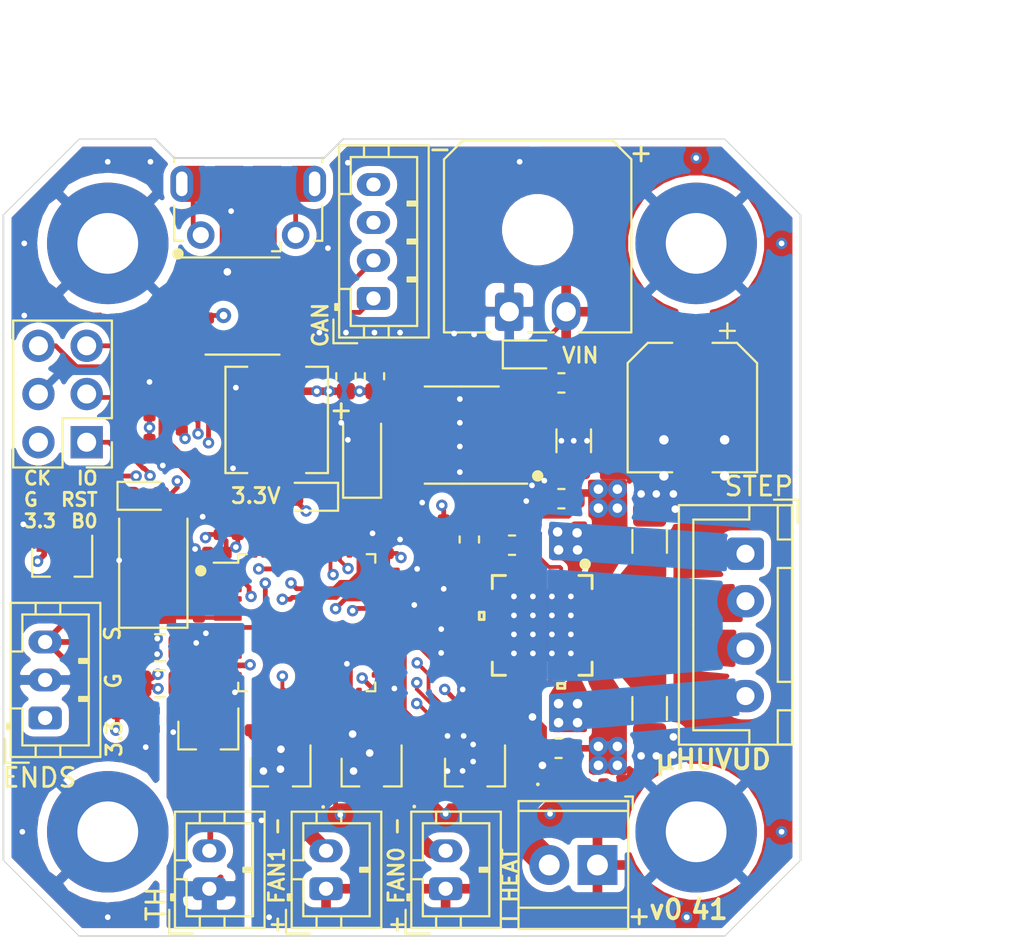
<source format=kicad_pcb>
(kicad_pcb (version 20171130) (host pcbnew "(5.1.5)-3")
  (layers (0 F.Cu signal) (1 In1.Cu signal) (2 In2.Cu signal) (31 B.Cu power) (34 B.Paste user) (35 F.Paste user) (36 B.SilkS user) (37 F.SilkS user) (38 B.Mask user) (39 F.Mask user) (44 Edge.Cuts user))
  (net 0 "")
  (net 1 GNDA)
  (net 2 GND)
  (net 3 ST_VS)
  (net 4 "Net-(C3-Pad1)")
  (net 5 "Net-(C4-Pad1)")
  (net 6 "Net-(C5-Pad1)")
  (net 7 "Net-(C5-Pad2)")
  (net 8 +3V3)
  (net 9 "Net-(C12-Pad2)")
  (net 10 "Net-(C13-Pad2)")
  (net 11 "Net-(D1-Pad1)")
  (net 12 "Net-(D1-Pad2)")
  (net 13 "Net-(D2-Pad1)")
  (net 14 "Net-(D2-Pad2)")
  (net 15 "Net-(D3-Pad2)")
  (net 16 "Net-(D3-Pad1)")
  (net 17 AREF)
  (net 18 THERM)
  (net 19 "Net-(R17-Pad1)")
  (net 20 ST_EN)
  (net 21 HEATER)
  (net 22 ST_STEP)
  (net 23 ST_DIR)
  (net 24 ST_DIAG)
  (net 25 "Net-(D6-Pad1)")
  (net 26 "Net-(D8-Pad1)")
  (net 27 SWCLK)
  (net 28 SWDIO)
  (net 29 "Net-(R6-Pad1)")
  (net 30 CANRX)
  (net 31 CANTX)
  (net 32 "Net-(D5-Pad1)")
  (net 33 ENDSTOP)
  (net 34 LED0)
  (net 35 BRA)
  (net 36 BRB)
  (net 37 ST_UART_TX)
  (net 38 ST_UART_RX)
  (net 39 "Net-(J12-Pad6)")
  (net 40 "Net-(J12-Pad2)")
  (net 41 "Net-(J12-Pad3)")
  (net 42 NRST)
  (net 43 USBDM)
  (net 44 USBDP)
  (net 45 "Net-(C14-Pad1)")
  (net 46 BOOT0)
  (net 47 /CANH)
  (net 48 /CANL)
  (net 49 "Net-(C21-Pad2)")
  (net 50 "Net-(C21-Pad1)")
  (net 51 "Net-(R30-Pad1)")
  (net 52 "Net-(R32-Pad1)")
  (net 53 FAN0)
  (net 54 FAN1)
  (net 55 /ST_A2)
  (net 56 /ST_A1)
  (net 57 /ST_B1)
  (net 58 /ST_B2)
  (net 59 "Net-(Q1-Pad1)")
  (net 60 "Net-(Q2-Pad1)")
  (net 61 "Net-(Q3-Pad1)")
  (net 62 "Net-(C15-Pad2)")
  (net 63 "Net-(C16-Pad2)")
  (net 64 "Net-(D9-Pad3)")
  (net 65 "Net-(D4-Pad3)")
  (module Resistor_SMD:R_0402_1005Metric (layer F.Cu) (at 187.5 119.3 270)
    (fp_text reference R3 hide)
    (fp_text value 470 hide)
    (pad 2 smd roundrect (at 0.485 0 270) (size 0.59 0.64) (layers F.Cu F.Paste F.Mask) (net 32 "Net-(D5-Pad1)"))
    (pad 1 smd roundrect (at -0.485 0 270) (size 0.59 0.64) (layers F.Cu F.Paste F.Mask) (net 34 LED0))
  )
  (module Package_TO_SOT_SMD:SOT-23 (layer F.Cu) (at 192.8 131.4 270)
    (fp_text reference D9 hide)
    (fp_text value BAT54S hide)
    (pad 3 smd rect (at 1 0 270) (size 0.9 0.8) (layers F.Cu F.Paste F.Mask) (net 64 "Net-(D9-Pad3)"))
    (pad 2 smd rect (at -1 0.95 270) (size 0.9 0.8) (layers F.Cu F.Paste F.Mask) (net 17 AREF))
    (pad 1 smd rect (at -1 -0.95 270) (size 0.9 0.8) (layers F.Cu F.Paste F.Mask) (net 1 GNDA))
  )
  (module Inductor_SMD:L_0805_2012Metric (layer F.Cu) (at 190.25 126.8)
    (fp_text reference L2 hide)
    (fp_text value 22uH)
    (pad 1 smd roundrect (at -0.9375 0) (size 0.975 1.4) (layers F.Cu F.Paste F.Mask) (net 2 GND))
    (pad 2 smd roundrect (at 0.9375 0) (size 0.975 1.4) (layers F.Cu F.Paste F.Mask) (net 1 GNDA))
  )
  (module Capacitor_SMD:C_0402_1005Metric (layer F.Cu) (at 189.925 130.6 90)
    (fp_text reference C11 hide)
    (fp_text value 0.1uF)
    (pad 2 smd roundrect (at 0.485 0 90) (size 0.59 0.64) (layers F.Cu F.Paste F.Mask) (net 8 +3V3))
    (pad 1 smd roundrect (at -0.485 0 90) (size 0.59 0.64) (layers F.Cu F.Paste F.Mask) (net 2 GND))
  )
  (module Package_TO_SOT_SMD:SOT-23 (layer F.Cu) (at 185.1 122.3 270)
    (fp_text reference D4 hide)
    (fp_text value BAT54S)
    (pad 3 smd rect (at 1 0 270) (size 0.9 0.8) (layers F.Cu F.Paste F.Mask) (net 65 "Net-(D4-Pad3)"))
    (pad 2 smd rect (at -1 0.95 270) (size 0.9 0.8) (layers F.Cu F.Paste F.Mask) (net 8 +3V3))
    (pad 1 smd rect (at -1 -0.95 270) (size 0.9 0.8) (layers F.Cu F.Paste F.Mask) (net 2 GND))
  )
  (module Package_SO:SOIC-8_3.9x4.9mm_P1.27mm (layer F.Cu) (at 206.15 115.6 180)
    (fp_text reference U1 hide)
    (fp_text value TPS54331DR)
    (pad 8 smd roundrect (at 2.475 -1.905 180) (size 1.95 0.6) (layers F.Cu F.Paste F.Mask) (net 50 "Net-(C21-Pad1)"))
    (pad 7 smd roundrect (at 2.475 -0.635 180) (size 1.95 0.6) (layers F.Cu F.Paste F.Mask) (net 2 GND))
    (pad 6 smd roundrect (at 2.475 0.635 180) (size 1.95 0.6) (layers F.Cu F.Paste F.Mask) (net 62 "Net-(C15-Pad2)"))
    (pad 5 smd roundrect (at 2.475 1.905 180) (size 1.95 0.6) (layers F.Cu F.Paste F.Mask) (net 51 "Net-(R30-Pad1)"))
    (pad 4 smd roundrect (at -2.475 1.905 180) (size 1.95 0.6) (layers F.Cu F.Paste F.Mask) (net 63 "Net-(C16-Pad2)"))
    (pad 3 smd roundrect (at -2.475 0.635 180) (size 1.95 0.6) (layers F.Cu F.Paste F.Mask) (net 52 "Net-(R32-Pad1)"))
    (pad 2 smd roundrect (at -2.475 -0.635 180) (size 1.95 0.6) (layers F.Cu F.Paste F.Mask) (net 3 ST_VS))
    (pad 1 smd roundrect (at -2.475 -1.905 180) (size 1.95 0.6) (layers F.Cu F.Paste F.Mask) (net 49 "Net-(C21-Pad2)"))
  )
  (module LED_SMD:LED_0603_1608Metric (layer F.Cu) (at 198.15 118.85 180)
    (fp_text reference D8 hide)
    (fp_text value LEDRED)
    (pad 2 smd roundrect (at 0.7875 0 180) (size 0.875 0.95) (layers F.Cu F.Paste F.Mask) (net 8 +3V3))
    (pad 1 smd roundrect (at -0.7875 0 180) (size 0.875 0.95) (layers F.Cu F.Paste F.Mask) (net 26 "Net-(D8-Pad1)"))
  )
  (module LED_SMD:LED_0603_1608Metric (layer F.Cu) (at 189.5 118.8)
    (fp_text reference D5 hide)
    (fp_text value LEDRED)
    (pad 2 smd roundrect (at 0.7875 0) (size 0.875 0.95) (layers F.Cu F.Paste F.Mask) (net 8 +3V3))
    (pad 1 smd roundrect (at -0.7875 0) (size 0.875 0.95) (layers F.Cu F.Paste F.Mask) (net 32 "Net-(D5-Pad1)"))
  )
  (module LED_SMD:LED_0603_1608Metric (layer F.Cu) (at 209.8 111.35)
    (fp_text reference D6 hide)
    (fp_text value LEDRED)
    (pad 2 smd roundrect (at 0.7875 0) (size 0.875 0.95) (layers F.Cu F.Paste F.Mask) (net 3 ST_VS))
    (pad 1 smd roundrect (at -0.7875 0) (size 0.875 0.95) (layers F.Cu F.Paste F.Mask) (net 25 "Net-(D6-Pad1)"))
  )
  (module Capacitor_SMD:C_0603_1608Metric (layer F.Cu) (at 211.4 112.85 180)
    (fp_text reference C16 hide)
    (fp_text value 22nf/50V)
    (pad 2 smd roundrect (at 0.7875 0 180) (size 0.875 0.95) (layers F.Cu F.Paste F.Mask) (net 63 "Net-(C16-Pad2)"))
    (pad 1 smd roundrect (at -0.7875 0 180) (size 0.875 0.95) (layers F.Cu F.Paste F.Mask) (net 2 GND))
  )
  (module Capacitor_SMD:C_1206_3216Metric (layer F.Cu) (at 212.05 115.9 270)
    (fp_text reference C20 hide)
    (fp_text value 10uF/35V)
    (pad 1 smd roundrect (at -1.4 0 270) (size 1.25 1.75) (layers F.Cu F.Paste F.Mask) (roundrect_rratio 0.2) (net 2 GND))
    (pad 2 smd roundrect (at 1.4 0 270) (size 1.25 1.75) (layers F.Cu F.Paste F.Mask) (roundrect_rratio 0.2) (net 3 ST_VS))
  )
  (module Capacitor_SMD:C_0402_1005Metric (layer F.Cu) (at 205.3 111.35 180)
    (fp_text reference C15 hide)
    (fp_text value 22pF/35V)
    (pad 2 smd roundrect (at 0.485 0 180) (size 0.59 0.64) (layers F.Cu F.Paste F.Mask) (net 62 "Net-(C15-Pad2)"))
    (pad 1 smd roundrect (at -0.485 0 180) (size 0.59 0.64) (layers F.Cu F.Paste F.Mask) (net 2 GND))
  )
  (module Capacitor_SMD:C_0402_1005Metric (layer F.Cu) (at 206.8 111.9 90)
    (fp_text reference C14 hide)
    (fp_text value 2.2nF)
    (pad 2 smd roundrect (at 0.485 0 90) (size 0.59 0.64) (layers F.Cu F.Paste F.Mask) (net 2 GND))
    (pad 1 smd roundrect (at -0.485 0 90) (size 0.59 0.64) (layers F.Cu F.Paste F.Mask) (net 45 "Net-(C14-Pad1)"))
  )
  (module Resistor_SMD:R_0402_1005Metric (layer F.Cu) (at 205.3 112.35 180)
    (fp_text reference R29 hide)
    (fp_text value 4.7k)
    (pad 2 smd roundrect (at 0.485 0 180) (size 0.59 0.64) (layers F.Cu F.Paste F.Mask) (net 62 "Net-(C15-Pad2)"))
    (pad 1 smd roundrect (at -0.485 0 180) (size 0.59 0.64) (layers F.Cu F.Paste F.Mask) (net 45 "Net-(C14-Pad1)"))
  )
  (module Resistor_SMD:R_0402_1005Metric (layer F.Cu) (at 188 129.8 270)
    (fp_text reference R36 hide)
    (fp_text value 10k hide)
    (pad 2 smd roundrect (at 0.485 0 270) (size 0.59 0.64) (layers F.Cu F.Paste F.Mask) (net 33 ENDSTOP))
    (pad 1 smd roundrect (at -0.485 0 270) (size 0.59 0.64) (layers F.Cu F.Paste F.Mask) (net 65 "Net-(D4-Pad3)"))
  )
  (module Resistor_SMD:R_0402_1005Metric (layer F.Cu) (at 197.4 131.15)
    (fp_text reference R35 hide)
    (fp_text value 22)
    (pad 2 smd roundrect (at 0.485 0) (size 0.59 0.64) (layers F.Cu F.Paste F.Mask) (net 60 "Net-(Q2-Pad1)"))
    (pad 1 smd roundrect (at -0.485 0) (size 0.59 0.64) (layers F.Cu F.Paste F.Mask) (net 54 FAN1))
  )
  (module Resistor_SMD:R_0402_1005Metric (layer F.Cu) (at 204.1 131.5 180)
    (fp_text reference R34 hide)
    (fp_text value 22)
    (pad 2 smd roundrect (at 0.485 0 180) (size 0.59 0.64) (layers F.Cu F.Paste F.Mask) (net 59 "Net-(Q1-Pad1)"))
    (pad 1 smd roundrect (at -0.485 0 180) (size 0.59 0.64) (layers F.Cu F.Paste F.Mask) (net 53 FAN0))
  )
  (module Resistor_SMD:R_0402_1005Metric (layer F.Cu) (at 209.2 133.55 270)
    (fp_text reference R28 hide)
    (fp_text value 22)
    (pad 2 smd roundrect (at 0.485 0 270) (size 0.59 0.64) (layers F.Cu F.Paste F.Mask) (net 61 "Net-(Q3-Pad1)"))
    (pad 1 smd roundrect (at -0.485 0 270) (size 0.59 0.64) (layers F.Cu F.Paste F.Mask) (net 21 HEATER))
  )
  (module LED_SMD:LED_0402_1005Metric (layer F.Cu) (at 211.25 134)
    (fp_text reference D3 hide)
    (fp_text value LEDGR hide)
    (pad 2 smd roundrect (at 0.485 0) (size 0.59 0.64) (layers F.Cu F.Paste F.Mask) (net 15 "Net-(D3-Pad2)"))
    (pad 1 smd roundrect (at -0.485 0) (size 0.59 0.64) (layers F.Cu F.Paste F.Mask) (net 16 "Net-(D3-Pad1)"))
  )
  (module LED_SMD:LED_0402_1005Metric (layer F.Cu) (at 198.85 134.1 90)
    (fp_text reference D2 hide)
    (fp_text value LEDGR hide)
    (pad 2 smd roundrect (at 0.485 0 90) (size 0.59 0.64) (layers F.Cu F.Paste F.Mask) (net 14 "Net-(D2-Pad2)"))
    (pad 1 smd roundrect (at -0.485 0 90) (size 0.59 0.64) (layers F.Cu F.Paste F.Mask) (net 13 "Net-(D2-Pad1)"))
  )
  (module LED_SMD:LED_0402_1005Metric (layer F.Cu) (at 203.65 134.08 90)
    (fp_text reference D1 hide)
    (fp_text value LEDGR)
    (pad 2 smd roundrect (at 0.485 0 90) (size 0.59 0.64) (layers F.Cu F.Paste F.Mask) (net 12 "Net-(D1-Pad2)"))
    (pad 1 smd roundrect (at -0.485 0 90) (size 0.59 0.64) (layers F.Cu F.Paste F.Mask) (net 11 "Net-(D1-Pad1)"))
  )
  (module MountingHole:MountingHole_3.2mm_M3_Pad (layer F.Cu) (at 218.5 136.5)
    (fp_text reference H4 hide)
    (fp_text value MountingHole hide)
    (pad 1 thru_hole circle (at 0 0) (size 6.4 6.4) (drill 3.2) (layers *.Cu *.Mask) (net 2 GND))
  )
  (module MountingHole:MountingHole_3.2mm_M3_Pad (layer F.Cu) (at 187.5 136.5)
    (fp_text reference H3 hide)
    (fp_text value MountingHole hide)
    (pad 1 thru_hole circle (at 0 0) (size 6.4 6.4) (drill 3.2) (layers *.Cu *.Mask) (net 2 GND))
  )
  (module MountingHole:MountingHole_3.2mm_M3_Pad (layer F.Cu) (at 218.5 105.5)
    (fp_text reference H2 hide)
    (fp_text value MountingHole)
    (pad 1 thru_hole circle (at 0 0) (size 6.4 6.4) (drill 3.2) (layers *.Cu *.Mask) (net 2 GND))
  )
  (module MountingHole:MountingHole_3.2mm_M3_Pad (layer F.Cu) (at 187.5 105.5)
    (fp_text reference H1 hide)
    (fp_text value MountingHole hide)
    (pad 1 thru_hole circle (at 0 0) (size 6.4 6.4) (drill 3.2) (layers *.Cu *.Mask) (net 2 GND))
  )
  (module Capacitor_SMD:C_0402_1005Metric (layer F.Cu) (at 193.85 134.1 90)
    (fp_text reference C25 hide)
    (fp_text value 0.1uF)
    (pad 2 smd roundrect (at 0.485 0 90) (size 0.59 0.64) (layers F.Cu F.Paste F.Mask) (net 18 THERM))
    (pad 1 smd roundrect (at -0.485 0 90) (size 0.59 0.64) (layers F.Cu F.Paste F.Mask) (net 1 GNDA))
  )
  (module Capacitor_SMD:C_0402_1005Metric (layer F.Cu) (at 188.95 130.625 270)
    (fp_text reference C2 hide)
    (fp_text value 0.1uF)
    (pad 2 smd roundrect (at 0.485 0 270) (size 0.59 0.64) (layers F.Cu F.Paste F.Mask) (net 2 GND))
    (pad 1 smd roundrect (at -0.485 0 270) (size 0.59 0.64) (layers F.Cu F.Paste F.Mask) (net 33 ENDSTOP))
  )
  (module Connector_PinHeader_2.54mm:PinHeader_2x03_P2.54mm_Vertical (layer F.Cu) (at 186.3885 115.976 180)
    (fp_text reference J2 hide)
    (fp_text value DBG)
    (pad 6 thru_hole oval (at 2.54 5.08 180) (size 1.7 1.7) (drill 1) (layers *.Cu *.Mask) (net 27 SWCLK))
    (pad 5 thru_hole oval (at 0 5.08 180) (size 1.7 1.7) (drill 1) (layers *.Cu *.Mask) (net 28 SWDIO))
    (pad 4 thru_hole oval (at 2.54 2.54 180) (size 1.7 1.7) (drill 1) (layers *.Cu *.Mask) (net 2 GND))
    (pad 3 thru_hole oval (at 0 2.54 180) (size 1.7 1.7) (drill 1) (layers *.Cu *.Mask) (net 42 NRST))
    (pad 2 thru_hole oval (at 2.54 0 180) (size 1.7 1.7) (drill 1) (layers *.Cu *.Mask) (net 8 +3V3))
    (pad 1 thru_hole rect (at 0 0 180) (size 1.7 1.7) (drill 1) (layers *.Cu *.Mask) (net 46 BOOT0))
  )
  (module Resistor_SMD:R_0402_1005Metric (layer F.Cu) (at 207.8 111.9 90)
    (fp_text reference R11 hide)
    (fp_text value 10k)
    (pad 2 smd roundrect (at 0.485 0 90) (size 0.59 0.64) (layers F.Cu F.Paste F.Mask) (net 2 GND))
    (pad 1 smd roundrect (at -0.485 0 90) (size 0.59 0.64) (layers F.Cu F.Paste F.Mask) (net 25 "Net-(D6-Pad1)"))
  )
  (module Connector_USB:USB_Micro-B_Molex-105017-0001 (layer F.Cu) (at 194.9 103.6 180)
    (fp_text reference J12 hide)
    (fp_text value USB_Micro-B_Molex-105017-0001 hide)
    (pad 6 smd rect (at -2.9 1.2375 180) (size 1.2 1.9) (layers F.Cu F.Mask) (net 39 "Net-(J12-Pad6)"))
    (pad 6 smd rect (at 2.9 1.2375 180) (size 1.2 1.9) (layers F.Cu F.Mask) (net 39 "Net-(J12-Pad6)"))
    (pad 6 thru_hole oval (at 3.5 1.2375 180) (size 1.2 1.9) (drill oval 0.6 1.3) (layers *.Cu *.Mask) (net 39 "Net-(J12-Pad6)"))
    (pad 6 thru_hole oval (at -3.5 1.2375) (size 1.2 1.9) (drill oval 0.6 1.3) (layers *.Cu *.Mask) (net 39 "Net-(J12-Pad6)"))
    (pad 6 smd rect (at -1 1.2375 180) (size 1.5 1.9) (layers F.Cu F.Paste F.Mask) (net 39 "Net-(J12-Pad6)"))
    (pad 6 thru_hole circle (at 2.5 -1.4625 180) (size 1.45 1.45) (drill 0.85) (layers *.Cu *.Mask) (net 39 "Net-(J12-Pad6)"))
    (pad 3 smd rect (at 0 -1.4625 180) (size 0.4 1.35) (layers F.Cu F.Paste F.Mask) (net 41 "Net-(J12-Pad3)"))
    (pad 4 smd rect (at 0.65 -1.4625 180) (size 0.4 1.35) (layers F.Cu F.Paste F.Mask) (net 2 GND))
    (pad 5 smd rect (at 1.3 -1.4625 180) (size 0.4 1.35) (layers F.Cu F.Paste F.Mask) (net 2 GND))
    (pad 1 smd rect (at -1.3 -1.4625 180) (size 0.4 1.35) (layers F.Cu F.Paste F.Mask))
    (pad 2 smd rect (at -0.65 -1.4625 180) (size 0.4 1.35) (layers F.Cu F.Paste F.Mask) (net 40 "Net-(J12-Pad2)"))
    (pad 6 thru_hole circle (at -2.5 -1.4625 180) (size 1.45 1.45) (drill 0.85) (layers *.Cu *.Mask) (net 39 "Net-(J12-Pad6)"))
    (pad 6 smd rect (at 1 1.2375 180) (size 1.5 1.9) (layers F.Cu F.Paste F.Mask) (net 39 "Net-(J12-Pad6)"))
  )
  (module Connector_JST:JST_XH_B4B-XH-A_1x04_P2.50mm_Vertical (layer F.Cu) (at 221.1 121.85 270)
    (fp_text reference J9 hide)
    (fp_text value STEPPER hide)
    (pad 4 thru_hole oval (at 7.5 0 270) (size 1.7 1.95) (drill 0.95) (layers *.Cu *.Mask) (net 55 /ST_A2))
    (pad 3 thru_hole oval (at 5 0 270) (size 1.7 1.95) (drill 0.95) (layers *.Cu *.Mask) (net 56 /ST_A1))
    (pad 2 thru_hole oval (at 2.5 0 270) (size 1.7 1.95) (drill 0.95) (layers *.Cu *.Mask) (net 57 /ST_B1))
    (pad 1 thru_hole roundrect (at 0 0 270) (size 1.7 1.95) (drill 0.95) (layers *.Cu *.Mask) (roundrect_rratio 0.147059) (net 58 /ST_B2))
  )
  (module Inductor_SMD:L_0805_2012Metric (layer F.Cu) (at 190.25 128.7)
    (fp_text reference L1 hide)
    (fp_text value 22uH)
    (pad 2 smd roundrect (at 0.9375 0) (size 0.975 1.4) (layers F.Cu F.Paste F.Mask) (net 17 AREF))
    (pad 1 smd roundrect (at -0.9375 0) (size 0.975 1.4) (layers F.Cu F.Paste F.Mask) (net 8 +3V3))
  )
  (module Connector_JST:JST_PH_B2B-PH-K_1x02_P2.00mm_Vertical (layer F.Cu) (at 192.85 139.5 90)
    (fp_text reference J3 hide)
    (fp_text value THERM)
    (pad 2 thru_hole oval (at 2 0 90) (size 1.2 1.75) (drill 0.75) (layers *.Cu *.Mask) (net 64 "Net-(D9-Pad3)"))
    (pad 1 thru_hole roundrect (at 0 0 90) (size 1.2 1.75) (drill 0.75) (layers *.Cu *.Mask) (roundrect_rratio 0.208333) (net 1 GNDA))
  )
  (module Resistor_SMD:R_0402_1005Metric (layer F.Cu) (at 191.65 134.05 90)
    (fp_text reference R2 hide)
    (fp_text value 4.7k)
    (pad 2 smd roundrect (at 0.485 0 90) (size 0.59 0.64) (layers F.Cu F.Paste F.Mask) (net 17 AREF))
    (pad 1 smd roundrect (at -0.485 0 90) (size 0.59 0.64) (layers F.Cu F.Paste F.Mask) (net 64 "Net-(D9-Pad3)"))
  )
  (module Resistor_SMD:R_0402_1005Metric (layer F.Cu) (at 192.9 134.1 270)
    (fp_text reference R5 hide)
    (fp_text value 10k)
    (pad 2 smd roundrect (at 0.485 0 270) (size 0.59 0.64) (layers F.Cu F.Paste F.Mask) (net 64 "Net-(D9-Pad3)"))
    (pad 1 smd roundrect (at -0.485 0 270) (size 0.59 0.64) (layers F.Cu F.Paste F.Mask) (net 18 THERM))
  )
  (module Capacitor_SMD:C_0402_1005Metric (layer F.Cu) (at 190.4 109.6 270)
    (fp_text reference C28 hide)
    (fp_text value 0.1uF)
    (pad 2 smd roundrect (at 0.485 0 270) (size 0.59 0.64) (layers F.Cu F.Paste F.Mask) (net 8 +3V3))
    (pad 1 smd roundrect (at -0.485 0 270) (size 0.59 0.64) (layers F.Cu F.Paste F.Mask) (net 2 GND))
  )
  (module Capacitor_SMD:C_0402_1005Metric (layer F.Cu) (at 202.1 129.75)
    (fp_text reference C27 hide)
    (fp_text value 4.7uF)
    (pad 2 smd roundrect (at 0.485 0) (size 0.59 0.64) (layers F.Cu F.Paste F.Mask) (net 2 GND))
    (pad 1 smd roundrect (at -0.485 0) (size 0.59 0.64) (layers F.Cu F.Paste F.Mask) (net 8 +3V3))
  )
  (module Capacitor_SMD:C_0402_1005Metric (layer F.Cu) (at 193.25 121.8 180)
    (fp_text reference C26 hide)
    (fp_text value 0.1uF)
    (pad 2 smd roundrect (at 0.485 0 180) (size 0.59 0.64) (layers F.Cu F.Paste F.Mask) (net 2 GND))
    (pad 1 smd roundrect (at -0.485 0 180) (size 0.59 0.64) (layers F.Cu F.Paste F.Mask) (net 8 +3V3))
  )
  (module Capacitor_SMD:C_0402_1005Metric (layer F.Cu) (at 189.7 116.315 270)
    (fp_text reference C24 hide)
    (fp_text value 0.1uF)
    (pad 2 smd roundrect (at 0.485 0 270) (size 0.59 0.64) (layers F.Cu F.Paste F.Mask) (net 2 GND))
    (pad 1 smd roundrect (at -0.485 0 270) (size 0.59 0.64) (layers F.Cu F.Paste F.Mask) (net 8 +3V3))
  )
  (module Capacitor_SMD:C_0402_1005Metric (layer F.Cu) (at 208.15 118.8)
    (fp_text reference C21 hide)
    (fp_text value 0.1uF)
    (pad 2 smd roundrect (at 0.485 0) (size 0.59 0.64) (layers F.Cu F.Paste F.Mask) (net 49 "Net-(C21-Pad2)"))
    (pad 1 smd roundrect (at -0.485 0) (size 0.59 0.64) (layers F.Cu F.Paste F.Mask) (net 50 "Net-(C21-Pad1)"))
  )
  (module Capacitor_SMD:C_0402_1005Metric (layer F.Cu) (at 188.7 114.1 90)
    (fp_text reference C19 hide)
    (fp_text value 0.1uF)
    (pad 2 smd roundrect (at 0.485 0 90) (size 0.59 0.64) (layers F.Cu F.Paste F.Mask) (net 42 NRST))
    (pad 1 smd roundrect (at -0.485 0 90) (size 0.59 0.64) (layers F.Cu F.Paste F.Mask) (net 2 GND))
  )
  (module Capacitor_SMD:C_0402_1005Metric (layer F.Cu) (at 193.4 120.35 90)
    (fp_text reference C18 hide)
    (fp_text value 0.1uF)
    (pad 2 smd roundrect (at 0.485 0 90) (size 0.59 0.64) (layers F.Cu F.Paste F.Mask) (net 2 GND))
    (pad 1 smd roundrect (at -0.485 0 90) (size 0.59 0.64) (layers F.Cu F.Paste F.Mask) (net 8 +3V3))
  )
  (module Capacitor_SMD:C_0402_1005Metric (layer F.Cu) (at 202.25 121.35 90)
    (fp_text reference C17 hide)
    (fp_text value 0.1uF)
    (pad 2 smd roundrect (at 0.485 0 90) (size 0.59 0.64) (layers F.Cu F.Paste F.Mask) (net 2 GND))
    (pad 1 smd roundrect (at -0.485 0 90) (size 0.59 0.64) (layers F.Cu F.Paste F.Mask) (net 8 +3V3))
  )
  (module Capacitor_SMD:C_0402_1005Metric (layer F.Cu) (at 187.5 121.2 90)
    (fp_text reference C13 hide)
    (fp_text value 22pF)
    (pad 2 smd roundrect (at 0.485 0 90) (size 0.59 0.64) (layers F.Cu F.Paste F.Mask) (net 10 "Net-(C13-Pad2)"))
    (pad 1 smd roundrect (at -0.485 0 90) (size 0.59 0.64) (layers F.Cu F.Paste F.Mask) (net 2 GND))
  )
  (module Capacitor_SMD:C_0402_1005Metric (layer F.Cu) (at 187.5 123.1 270)
    (fp_text reference C12 hide)
    (fp_text value 22pF hide)
    (pad 2 smd roundrect (at 0.485 0 270) (size 0.59 0.64) (layers F.Cu F.Paste F.Mask) (net 9 "Net-(C12-Pad2)"))
    (pad 1 smd roundrect (at -0.485 0 270) (size 0.59 0.64) (layers F.Cu F.Paste F.Mask) (net 2 GND))
  )
  (module Capacitor_SMD:C_0402_1005Metric (layer F.Cu) (at 202.1 130.7)
    (fp_text reference C10 hide)
    (fp_text value 0.1uF)
    (pad 2 smd roundrect (at 0.485 0) (size 0.59 0.64) (layers F.Cu F.Paste F.Mask) (net 2 GND))
    (pad 1 smd roundrect (at -0.485 0) (size 0.59 0.64) (layers F.Cu F.Paste F.Mask) (net 8 +3V3))
  )
  (module Capacitor_SMD:C_0402_1005Metric (layer F.Cu) (at 207.5 129)
    (fp_text reference C9 hide)
    (fp_text value 0.1uF)
    (pad 2 smd roundrect (at 0.485 0) (size 0.59 0.64) (layers F.Cu F.Paste F.Mask) (net 8 +3V3))
    (pad 1 smd roundrect (at -0.485 0) (size 0.59 0.64) (layers F.Cu F.Paste F.Mask) (net 2 GND))
  )
  (module Capacitor_SMD:C_0402_1005Metric (layer F.Cu) (at 206.75 124.05 270)
    (fp_text reference C4 hide)
    (fp_text value 4.7uF)
    (pad 2 smd roundrect (at 0.485 0 270) (size 0.59 0.64) (layers F.Cu F.Paste F.Mask) (net 2 GND))
    (pad 1 smd roundrect (at -0.485 0 270) (size 0.59 0.64) (layers F.Cu F.Paste F.Mask) (net 5 "Net-(C4-Pad1)"))
  )
  (module Capacitor_SMD:C_0402_1005Metric (layer F.Cu) (at 194.35 120.35 90)
    (fp_text reference C1 hide)
    (fp_text value 4.7uF)
    (pad 2 smd roundrect (at 0.485 0 90) (size 0.59 0.64) (layers F.Cu F.Paste F.Mask) (net 2 GND))
    (pad 1 smd roundrect (at -0.485 0 90) (size 0.59 0.64) (layers F.Cu F.Paste F.Mask) (net 8 +3V3))
  )
  (module Resistor_SMD:R_0402_1005Metric (layer F.Cu) (at 210.4 114.55 270)
    (fp_text reference R33 hide)
    (fp_text value 33k)
    (pad 2 smd roundrect (at 0.485 0 270) (size 0.59 0.64) (layers F.Cu F.Paste F.Mask) (net 52 "Net-(R32-Pad1)"))
    (pad 1 smd roundrect (at -0.485 0 270) (size 0.59 0.64) (layers F.Cu F.Paste F.Mask) (net 2 GND))
  )
  (module Resistor_SMD:R_0402_1005Metric (layer F.Cu) (at 210.4 116.5 270)
    (fp_text reference R32 hide)
    (fp_text value 160k)
    (pad 2 smd roundrect (at 0.485 0 270) (size 0.59 0.64) (layers F.Cu F.Paste F.Mask) (net 3 ST_VS))
    (pad 1 smd roundrect (at -0.485 0 270) (size 0.59 0.64) (layers F.Cu F.Paste F.Mask) (net 52 "Net-(R32-Pad1)"))
  )
  (module Resistor_SMD:R_0402_1005Metric (layer F.Cu) (at 203.35 111.35)
    (fp_text reference R31 hide)
    (fp_text value 3.3k)
    (pad 2 smd roundrect (at 0.485 0) (size 0.59 0.64) (layers F.Cu F.Paste F.Mask) (net 51 "Net-(R30-Pad1)"))
    (pad 1 smd roundrect (at -0.485 0) (size 0.59 0.64) (layers F.Cu F.Paste F.Mask) (net 2 GND))
  )
  (module Resistor_SMD:R_0402_1005Metric (layer F.Cu) (at 203.35 112.35 180)
    (fp_text reference R30 hide)
    (fp_text value 10k)
    (pad 2 smd roundrect (at 0.485 0 180) (size 0.59 0.64) (layers F.Cu F.Paste F.Mask) (net 8 +3V3))
    (pad 1 smd roundrect (at -0.485 0 180) (size 0.59 0.64) (layers F.Cu F.Paste F.Mask) (net 51 "Net-(R30-Pad1)"))
  )
  (module Resistor_SMD:R_0402_1005Metric (layer F.Cu) (at 191.4 114.85 270)
    (fp_text reference R27 hide)
    (fp_text value 1.5k)
    (pad 2 smd roundrect (at 0.485 0 270) (size 0.59 0.64) (layers F.Cu F.Paste F.Mask) (net 8 +3V3))
    (pad 1 smd roundrect (at -0.485 0 270) (size 0.59 0.64) (layers F.Cu F.Paste F.Mask) (net 44 USBDP))
  )
  (module Resistor_SMD:R_0402_1005Metric (layer F.Cu) (at 192.4 112.95 90)
    (fp_text reference R26 hide)
    (fp_text value 22)
    (pad 2 smd roundrect (at 0.485 0 90) (size 0.59 0.64) (layers F.Cu F.Paste F.Mask) (net 40 "Net-(J12-Pad2)"))
    (pad 1 smd roundrect (at -0.485 0 90) (size 0.59 0.64) (layers F.Cu F.Paste F.Mask) (net 43 USBDM))
  )
  (module Resistor_SMD:R_0402_1005Metric (layer F.Cu) (at 191.4 112.95 90)
    (fp_text reference R25 hide)
    (fp_text value 22)
    (pad 2 smd roundrect (at 0.485 0 90) (size 0.59 0.64) (layers F.Cu F.Paste F.Mask) (net 41 "Net-(J12-Pad3)"))
    (pad 1 smd roundrect (at -0.485 0 90) (size 0.59 0.64) (layers F.Cu F.Paste F.Mask) (net 44 USBDP))
  )
  (module Resistor_SMD:R_0402_1005Metric (layer F.Cu) (at 206.2 127.1)
    (fp_text reference R24 hide)
    (fp_text value 20k)
    (pad 2 smd roundrect (at 0.485 0) (size 0.59 0.64) (layers F.Cu F.Paste F.Mask) (net 38 ST_UART_RX))
    (pad 1 smd roundrect (at -0.485 0) (size 0.59 0.64) (layers F.Cu F.Paste F.Mask) (net 2 GND))
  )
  (module Resistor_SMD:R_0402_1005Metric (layer F.Cu) (at 188.7 116.315 270)
    (fp_text reference R23 hide)
    (fp_text value 10k)
    (pad 2 smd roundrect (at 0.485 0 270) (size 0.59 0.64) (layers F.Cu F.Paste F.Mask) (net 46 BOOT0))
    (pad 1 smd roundrect (at -0.485 0 270) (size 0.59 0.64) (layers F.Cu F.Paste F.Mask) (net 2 GND))
  )
  (module Resistor_SMD:R_0402_1005Metric (layer F.Cu) (at 188.7 110.3 90)
    (fp_text reference R22 hide)
    (fp_text value 10k)
    (pad 2 smd roundrect (at 0.485 0 90) (size 0.59 0.64) (layers F.Cu F.Paste F.Mask) (net 2 GND))
    (pad 1 smd roundrect (at -0.485 0 90) (size 0.59 0.64) (layers F.Cu F.Paste F.Mask) (net 28 SWDIO))
  )
  (module Resistor_SMD:R_0402_1005Metric (layer F.Cu) (at 188.7 112.2 90)
    (fp_text reference R21 hide)
    (fp_text value 10k)
    (pad 2 smd roundrect (at 0.485 0 90) (size 0.59 0.64) (layers F.Cu F.Paste F.Mask) (net 27 SWCLK))
    (pad 1 smd roundrect (at -0.485 0 90) (size 0.59 0.64) (layers F.Cu F.Paste F.Mask) (net 2 GND))
  )
  (module Resistor_SMD:R_0402_1005Metric (layer F.Cu) (at 203.05 118.85)
    (fp_text reference R20 hide)
    (fp_text value 470)
    (pad 2 smd roundrect (at 0.485 0) (size 0.59 0.64) (layers F.Cu F.Paste F.Mask) (net 2 GND))
    (pad 1 smd roundrect (at -0.485 0) (size 0.59 0.64) (layers F.Cu F.Paste F.Mask) (net 26 "Net-(D8-Pad1)"))
  )
  (module Resistor_SMD:R_0402_1005Metric (layer F.Cu) (at 188 127.3 270)
    (fp_text reference R19 hide)
    (fp_text value 10k hide)
    (pad 2 smd roundrect (at 0.485 0 270) (size 0.59 0.64) (layers F.Cu F.Paste F.Mask) (net 8 +3V3))
    (pad 1 smd roundrect (at -0.485 0 270) (size 0.59 0.64) (layers F.Cu F.Paste F.Mask) (net 65 "Net-(D4-Pad3)"))
  )
  (module Resistor_SMD:R_0402_1005Metric (layer F.Cu) (at 205.2 120.55 270)
    (fp_text reference R18 hide)
    (fp_text value 20k)
    (pad 2 smd roundrect (at 0.485 0 270) (size 0.59 0.64) (layers F.Cu F.Paste F.Mask) (net 20 ST_EN))
    (pad 1 smd roundrect (at -0.485 0 270) (size 0.59 0.64) (layers F.Cu F.Paste F.Mask) (net 8 +3V3))
  )
  (module Resistor_SMD:R_0402_1005Metric (layer F.Cu) (at 206.2 125.95 180)
    (fp_text reference R17 hide)
    (fp_text value 20k)
    (pad 2 smd roundrect (at 0.485 0 180) (size 0.59 0.64) (layers F.Cu F.Paste F.Mask) (net 2 GND))
    (pad 1 smd roundrect (at -0.485 0 180) (size 0.59 0.64) (layers F.Cu F.Paste F.Mask) (net 19 "Net-(R17-Pad1)"))
  )
  (module Resistor_SMD:R_0402_1005Metric (layer F.Cu) (at 206.2 128.05)
    (fp_text reference R16 hide)
    (fp_text value 1k)
    (pad 2 smd roundrect (at 0.485 0) (size 0.59 0.64) (layers F.Cu F.Paste F.Mask) (net 38 ST_UART_RX))
    (pad 1 smd roundrect (at -0.485 0) (size 0.59 0.64) (layers F.Cu F.Paste F.Mask) (net 37 ST_UART_TX))
  )
  (module Resistor_SMD:R_0402_1005Metric (layer F.Cu) (at 213.15 134 180)
    (fp_text reference R15 hide)
    (fp_text value 10k)
    (pad 2 smd roundrect (at 0.485 0 180) (size 0.59 0.64) (layers F.Cu F.Paste F.Mask) (net 15 "Net-(D3-Pad2)"))
    (pad 1 smd roundrect (at -0.485 0 180) (size 0.59 0.64) (layers F.Cu F.Paste F.Mask) (net 3 ST_VS))
  )
  (module Resistor_SMD:R_0402_1005Metric (layer F.Cu) (at 198.85 132.2 270)
    (fp_text reference R14 hide)
    (fp_text value 10k)
    (pad 2 smd roundrect (at 0.485 0 270) (size 0.59 0.64) (layers F.Cu F.Paste F.Mask) (net 14 "Net-(D2-Pad2)"))
    (pad 1 smd roundrect (at -0.485 0 270) (size 0.59 0.64) (layers F.Cu F.Paste F.Mask) (net 3 ST_VS))
  )
  (module Resistor_SMD:R_0402_1005Metric (layer F.Cu) (at 204.6 134.08 90)
    (fp_text reference R13 hide)
    (fp_text value 10k)
    (pad 2 smd roundrect (at 0.485 0 90) (size 0.59 0.64) (layers F.Cu F.Paste F.Mask) (net 12 "Net-(D1-Pad2)"))
    (pad 1 smd roundrect (at -0.485 0 90) (size 0.59 0.64) (layers F.Cu F.Paste F.Mask) (net 3 ST_VS))
  )
  (module Resistor_SMD:R_0402_1005Metric (layer F.Cu) (at 209.2 131.625 270)
    (fp_text reference R12 hide)
    (fp_text value 10k)
    (pad 2 smd roundrect (at 0.485 0 270) (size 0.59 0.64) (layers F.Cu F.Paste F.Mask) (net 21 HEATER))
    (pad 1 smd roundrect (at -0.485 0 270) (size 0.59 0.64) (layers F.Cu F.Paste F.Mask) (net 2 GND))
  )
  (module Resistor_SMD:R_0402_1005Metric (layer F.Cu) (at 195.5 131.15)
    (fp_text reference R10 hide)
    (fp_text value 10k)
    (pad 2 smd roundrect (at 0.485 0) (size 0.59 0.64) (layers F.Cu F.Paste F.Mask) (net 54 FAN1))
    (pad 1 smd roundrect (at -0.485 0) (size 0.59 0.64) (layers F.Cu F.Paste F.Mask) (net 2 GND))
  )
  (module Resistor_SMD:R_0402_1005Metric (layer F.Cu) (at 192.3 124.7 90)
    (fp_text reference R9 hide)
    (fp_text value 1M)
    (pad 2 smd roundrect (at 0.485 0 90) (size 0.59 0.64) (layers F.Cu F.Paste F.Mask) (net 10 "Net-(C13-Pad2)"))
    (pad 1 smd roundrect (at -0.485 0 90) (size 0.59 0.64) (layers F.Cu F.Paste F.Mask) (net 9 "Net-(C12-Pad2)"))
  )
  (module Resistor_SMD:R_0402_1005Metric (layer F.Cu) (at 204.1 132.65 180)
    (fp_text reference R8 hide)
    (fp_text value 10k)
    (pad 2 smd roundrect (at 0.485 0 180) (size 0.59 0.64) (layers F.Cu F.Paste F.Mask) (net 53 FAN0))
    (pad 1 smd roundrect (at -0.485 0 180) (size 0.59 0.64) (layers F.Cu F.Paste F.Mask) (net 2 GND))
  )
  (module Resistor_SMD:R_0402_1005Metric (layer F.Cu) (at 198.8 107.3 90)
    (fp_text reference R6 hide)
    (fp_text value 1k)
    (pad 2 smd roundrect (at 0.485 0 90) (size 0.59 0.64) (layers F.Cu F.Paste F.Mask) (net 2 GND))
    (pad 1 smd roundrect (at -0.485 0 90) (size 0.59 0.64) (layers F.Cu F.Paste F.Mask) (net 29 "Net-(R6-Pad1)"))
  )
  (module Resistor_SMD:R_0402_1005Metric (layer F.Cu) (at 189.7 114.1 90)
    (fp_text reference R1 hide)
    (fp_text value 4.7k)
    (pad 2 smd roundrect (at 0.485 0 90) (size 0.59 0.64) (layers F.Cu F.Paste F.Mask) (net 42 NRST))
    (pad 1 smd roundrect (at -0.485 0 90) (size 0.59 0.64) (layers F.Cu F.Paste F.Mask) (net 8 +3V3))
  )
  (module Connector_JST:JST_PH_B3B-PH-K_1x03_P2.00mm_Vertical (layer F.Cu) (at 184.2 130.5 90)
    (fp_text reference J7 hide)
    (fp_text value Endstop)
    (pad 3 thru_hole oval (at 4 0 90) (size 1.2 1.75) (drill 0.75) (layers *.Cu *.Mask) (net 65 "Net-(D4-Pad3)"))
    (pad 2 thru_hole oval (at 2 0 90) (size 1.2 1.75) (drill 0.75) (layers *.Cu *.Mask) (net 2 GND))
    (pad 1 thru_hole roundrect (at 0 0 90) (size 1.2 1.75) (drill 0.75) (layers *.Cu *.Mask) (roundrect_rratio 0.208333) (net 8 +3V3))
  )
  (module Connector_JST:JST_PH_B2B-PH-K_1x02_P2.00mm_Vertical (layer F.Cu) (at 199 139.5 90)
    (fp_text reference J5 hide)
    (fp_text value FAN1)
    (pad 2 thru_hole oval (at 2 0 90) (size 1.2 1.75) (drill 0.75) (layers *.Cu *.Mask) (net 13 "Net-(D2-Pad1)"))
    (pad 1 thru_hole roundrect (at 0 0 90) (size 1.2 1.75) (drill 0.75) (layers *.Cu *.Mask) (roundrect_rratio 0.208333) (net 3 ST_VS))
  )
  (module Connector_JST:JST_PH_B2B-PH-K_1x02_P2.00mm_Vertical (layer F.Cu) (at 205.3 139.5 90)
    (fp_text reference J4 hide)
    (fp_text value FAN0)
    (pad 2 thru_hole oval (at 2 0 90) (size 1.2 1.75) (drill 0.75) (layers *.Cu *.Mask) (net 11 "Net-(D1-Pad1)"))
    (pad 1 thru_hole roundrect (at 0 0 90) (size 1.2 1.75) (drill 0.75) (layers *.Cu *.Mask) (roundrect_rratio 0.208333) (net 3 ST_VS))
  )
  (module Package_TO_SOT_SMD:SOT-23 (layer F.Cu) (at 206.85 133.35 270)
    (fp_text reference Q3 hide)
    (fp_text value AO3400A)
    (pad 3 smd rect (at 1 0 270) (size 0.9 0.8) (layers F.Cu F.Paste F.Mask) (net 16 "Net-(D3-Pad1)"))
    (pad 2 smd rect (at -1 0.95 270) (size 0.9 0.8) (layers F.Cu F.Paste F.Mask) (net 2 GND))
    (pad 1 smd rect (at -1 -0.95 270) (size 0.9 0.8) (layers F.Cu F.Paste F.Mask) (net 61 "Net-(Q3-Pad1)"))
  )
  (module Package_QFP:LQFP-48_7x7mm_P0.5mm (layer F.Cu) (at 197.9836 125.4831)
    (fp_text reference U5 hide)
    (fp_text value STM32F103C8T6)
    (pad 1 smd roundrect (at -4.1625 -2.75) (size 1.475 0.3) (layers F.Cu F.Paste F.Mask) (net 8 +3V3))
    (pad 2 smd roundrect (at -4.1625 -2.25) (size 1.475 0.3) (layers F.Cu F.Paste F.Mask) (net 34 LED0))
    (pad 3 smd roundrect (at -4.1625 -1.75) (size 1.475 0.3) (layers F.Cu F.Paste F.Mask))
    (pad 4 smd roundrect (at -4.1625 -1.25) (size 1.475 0.3) (layers F.Cu F.Paste F.Mask))
    (pad 5 smd roundrect (at -4.1625 -0.75) (size 1.475 0.3) (layers F.Cu F.Paste F.Mask) (net 10 "Net-(C13-Pad2)"))
    (pad 6 smd roundrect (at -4.1625 -0.25) (size 1.475 0.3) (layers F.Cu F.Paste F.Mask) (net 9 "Net-(C12-Pad2)"))
    (pad 7 smd roundrect (at -4.1625 0.25) (size 1.475 0.3) (layers F.Cu F.Paste F.Mask) (net 42 NRST))
    (pad 8 smd roundrect (at -4.1625 0.75) (size 1.475 0.3) (layers F.Cu F.Paste F.Mask) (net 1 GNDA))
    (pad 9 smd roundrect (at -4.1625 1.25) (size 1.475 0.3) (layers F.Cu F.Paste F.Mask) (net 17 AREF))
    (pad 10 smd roundrect (at -4.1625 1.75) (size 1.475 0.3) (layers F.Cu F.Paste F.Mask) (net 18 THERM))
    (pad 11 smd roundrect (at -4.1625 2.25) (size 1.475 0.3) (layers F.Cu F.Paste F.Mask) (net 33 ENDSTOP))
    (pad 12 smd roundrect (at -4.1625 2.75) (size 1.475 0.3) (layers F.Cu F.Paste F.Mask))
    (pad 13 smd roundrect (at -2.75 4.1625) (size 0.3 1.475) (layers F.Cu F.Paste F.Mask))
    (pad 14 smd roundrect (at -2.25 4.1625) (size 0.3 1.475) (layers F.Cu F.Paste F.Mask))
    (pad 15 smd roundrect (at -1.75 4.1625) (size 0.3 1.475) (layers F.Cu F.Paste F.Mask))
    (pad 16 smd roundrect (at -1.25 4.1625) (size 0.3 1.475) (layers F.Cu F.Paste F.Mask) (net 21 HEATER))
    (pad 17 smd roundrect (at -0.75 4.1625) (size 0.3 1.475) (layers F.Cu F.Paste F.Mask) (net 54 FAN1))
    (pad 18 smd roundrect (at -0.25 4.1625) (size 0.3 1.475) (layers F.Cu F.Paste F.Mask))
    (pad 19 smd roundrect (at 0.25 4.1625) (size 0.3 1.475) (layers F.Cu F.Paste F.Mask))
    (pad 20 smd roundrect (at 0.75 4.1625) (size 0.3 1.475) (layers F.Cu F.Paste F.Mask))
    (pad 21 smd roundrect (at 1.25 4.1625) (size 0.3 1.475) (layers F.Cu F.Paste F.Mask))
    (pad 22 smd roundrect (at 1.75 4.1625) (size 0.3 1.475) (layers F.Cu F.Paste F.Mask))
    (pad 23 smd roundrect (at 2.25 4.1625) (size 0.3 1.475) (layers F.Cu F.Paste F.Mask) (net 2 GND))
    (pad 24 smd roundrect (at 2.75 4.1625) (size 0.3 1.475) (layers F.Cu F.Paste F.Mask) (net 8 +3V3))
    (pad 25 smd roundrect (at 4.1625 2.75) (size 1.475 0.3) (layers F.Cu F.Paste F.Mask))
    (pad 26 smd roundrect (at 4.1625 2.25) (size 1.475 0.3) (layers F.Cu F.Paste F.Mask))
    (pad 27 smd roundrect (at 4.1625 1.75) (size 1.475 0.3) (layers F.Cu F.Paste F.Mask))
    (pad 28 smd roundrect (at 4.1625 1.25) (size 1.475 0.3) (layers F.Cu F.Paste F.Mask))
    (pad 29 smd roundrect (at 4.1625 0.75) (size 1.475 0.3) (layers F.Cu F.Paste F.Mask) (net 53 FAN0))
    (pad 30 smd roundrect (at 4.1625 0.25) (size 1.475 0.3) (layers F.Cu F.Paste F.Mask) (net 37 ST_UART_TX))
    (pad 31 smd roundrect (at 4.1625 -0.25) (size 1.475 0.3) (layers F.Cu F.Paste F.Mask) (net 38 ST_UART_RX))
    (pad 32 smd roundrect (at 4.1625 -0.75) (size 1.475 0.3) (layers F.Cu F.Paste F.Mask) (net 43 USBDM))
    (pad 33 smd roundrect (at 4.1625 -1.25) (size 1.475 0.3) (layers F.Cu F.Paste F.Mask) (net 44 USBDP))
    (pad 34 smd roundrect (at 4.1625 -1.75) (size 1.475 0.3) (layers F.Cu F.Paste F.Mask) (net 28 SWDIO))
    (pad 35 smd roundrect (at 4.1625 -2.25) (size 1.475 0.3) (layers F.Cu F.Paste F.Mask) (net 2 GND))
    (pad 36 smd roundrect (at 4.1625 -2.75) (size 1.475 0.3) (layers F.Cu F.Paste F.Mask) (net 8 +3V3))
    (pad 37 smd roundrect (at 2.75 -4.1625) (size 0.3 1.475) (layers F.Cu F.Paste F.Mask) (net 27 SWCLK))
    (pad 38 smd roundrect (at 2.25 -4.1625) (size 0.3 1.475) (layers F.Cu F.Paste F.Mask))
    (pad 39 smd roundrect (at 1.75 -4.1625) (size 0.3 1.475) (layers F.Cu F.Paste F.Mask) (net 22 ST_STEP))
    (pad 40 smd roundrect (at 1.25 -4.1625) (size 0.3 1.475) (layers F.Cu F.Paste F.Mask) (net 23 ST_DIR))
    (pad 41 smd roundrect (at 0.75 -4.1625) (size 0.3 1.475) (layers F.Cu F.Paste F.Mask) (net 24 ST_DIAG))
    (pad 42 smd roundrect (at 0.25 -4.1625) (size 0.3 1.475) (layers F.Cu F.Paste F.Mask) (net 20 ST_EN))
    (pad 43 smd roundrect (at -0.25 -4.1625) (size 0.3 1.475) (layers F.Cu F.Paste F.Mask))
    (pad 44 smd roundrect (at -0.75 -4.1625) (size 0.3 1.475) (layers F.Cu F.Paste F.Mask) (net 46 BOOT0))
    (pad 45 smd roundrect (at -1.25 -4.1625) (size 0.3 1.475) (layers F.Cu F.Paste F.Mask) (net 30 CANRX))
    (pad 46 smd roundrect (at -1.75 -4.1625) (size 0.3 1.475) (layers F.Cu F.Paste F.Mask) (net 31 CANTX))
    (pad 47 smd roundrect (at -2.25 -4.1625) (size 0.3 1.475) (layers F.Cu F.Paste F.Mask) (net 2 GND))
    (pad 48 smd roundrect (at -2.75 -4.1625) (size 0.3 1.475) (layers F.Cu F.Paste F.Mask) (net 8 +3V3))
  )
  (module Connector_JST:JST_PH_B4B-PH-K_1x04_P2.00mm_Vertical (layer F.Cu) (at 201.5 108.4 90)
    (fp_text reference J10 hide)
    (fp_text value JST_PH)
    (pad 4 thru_hole oval (at 6 0 90) (size 1.2 1.75) (drill 0.75) (layers *.Cu *.Mask) (net 47 /CANH))
    (pad 3 thru_hole oval (at 4 0 90) (size 1.2 1.75) (drill 0.75) (layers *.Cu *.Mask) (net 48 /CANL))
    (pad 2 thru_hole oval (at 2 0 90) (size 1.2 1.75) (drill 0.75) (layers *.Cu *.Mask) (net 47 /CANH))
    (pad 1 thru_hole roundrect (at 0 0 90) (size 1.2 1.75) (drill 0.75) (layers *.Cu *.Mask) (roundrect_rratio 0.208333) (net 48 /CANL))
  )
  (module Capacitor_SMD:C_0603_1608Metric (layer F.Cu) (at 206.55 121.1 90)
    (fp_text reference C3 hide)
    (fp_text value 0.1uF)
    (pad 2 smd roundrect (at 0.7875 0 90) (size 0.875 0.95) (layers F.Cu F.Paste F.Mask) (net 3 ST_VS))
    (pad 1 smd roundrect (at -0.7875 0 90) (size 0.875 0.95) (layers F.Cu F.Paste F.Mask) (net 4 "Net-(C3-Pad1)"))
  )
  (module Capacitor_SMD:C_0603_1608Metric (layer F.Cu) (at 208.8 121.4)
    (fp_text reference C5 hide)
    (fp_text value 22nf/50V)
    (pad 1 smd roundrect (at -0.7875 0) (size 0.875 0.95) (layers F.Cu F.Paste F.Mask) (net 6 "Net-(C5-Pad1)"))
    (pad 2 smd roundrect (at 0.7875 0) (size 0.875 0.95) (layers F.Cu F.Paste F.Mask) (net 7 "Net-(C5-Pad2)"))
  )
  (module Capacitor_SMD:C_0603_1608Metric (layer F.Cu) (at 211.4 118.95 180)
    (fp_text reference C6 hide)
    (fp_text value 0.1uF)
    (pad 2 smd roundrect (at 0.7875 0 180) (size 0.875 0.95) (layers F.Cu F.Paste F.Mask) (net 2 GND))
    (pad 1 smd roundrect (at -0.7875 0 180) (size 0.875 0.95) (layers F.Cu F.Paste F.Mask) (net 3 ST_VS))
  )
  (module Capacitor_SMD:C_0603_1608Metric (layer F.Cu) (at 211.25 132.1 180)
    (fp_text reference C7 hide)
    (fp_text value 0.1uF)
    (pad 2 smd roundrect (at 0.7875 0 180) (size 0.875 0.95) (layers F.Cu F.Paste F.Mask) (net 2 GND))
    (pad 1 smd roundrect (at -0.7875 0 180) (size 0.875 0.95) (layers F.Cu F.Paste F.Mask) (net 3 ST_VS))
  )
  (module Connector_Molex:Molex_Micro-Fit_3.0_43650-0200_1x02_P3.00mm_Horizontal (layer F.Cu) (at 208.65 109.1)
    (fp_text reference J8 hide)
    (fp_text value Conn_01x02)
    (pad "" np_thru_hole circle (at 1.5 -4.32) (size 3 3) (drill 3) (layers *.Cu *.Mask))
    (pad 1 thru_hole roundrect (at 0 0) (size 1.5 2.02) (drill 1.02) (layers *.Cu *.Mask) (roundrect_rratio 0.166667) (net 2 GND))
    (pad 2 thru_hole oval (at 3 0) (size 1.5 2.02) (drill 1.02) (layers *.Cu *.Mask) (net 3 ST_VS))
  )
  (module Package_TO_SOT_SMD:SOT-23 (layer F.Cu) (at 201.4 133.35 270)
    (fp_text reference Q1 hide)
    (fp_text value AO3400A hide)
    (pad 3 smd rect (at 1 0 270) (size 0.9 0.8) (layers F.Cu F.Paste F.Mask) (net 11 "Net-(D1-Pad1)"))
    (pad 2 smd rect (at -1 0.95 270) (size 0.9 0.8) (layers F.Cu F.Paste F.Mask) (net 2 GND))
    (pad 1 smd rect (at -1 -0.95 270) (size 0.9 0.8) (layers F.Cu F.Paste F.Mask) (net 59 "Net-(Q1-Pad1)"))
  )
  (module Package_TO_SOT_SMD:SOT-23 (layer F.Cu) (at 196.6 133.35 270)
    (fp_text reference Q2 hide)
    (fp_text value AO3400A hide)
    (pad 1 smd rect (at -1 -0.95 270) (size 0.9 0.8) (layers F.Cu F.Paste F.Mask) (net 60 "Net-(Q2-Pad1)"))
    (pad 2 smd rect (at -1 0.95 270) (size 0.9 0.8) (layers F.Cu F.Paste F.Mask) (net 2 GND))
    (pad 3 smd rect (at 1 0 270) (size 0.9 0.8) (layers F.Cu F.Paste F.Mask) (net 13 "Net-(D2-Pad1)"))
  )
  (module TMC2209:TMC2209-LA (layer F.Cu) (at 210.3878 125.6248 270)
    (fp_text reference U2 hide)
    (fp_text value TMC2209-LA hide)
    (pad 1 smd rect (at -2.4257 -1.5) (size 0.2032 0.762) (layers F.Cu F.Paste F.Mask) (net 58 /ST_B2))
    (pad 2 smd rect (at -2.4257 -1.000001) (size 0.2032 0.762) (layers F.Cu F.Paste F.Mask) (net 20 ST_EN))
    (pad 3 smd rect (at -2.4257 -0.499999) (size 0.2032 0.762) (layers F.Cu F.Paste F.Mask) (net 2 GND))
    (pad 4 smd rect (at -2.4257 0) (size 0.2032 0.762) (layers F.Cu F.Paste F.Mask) (net 7 "Net-(C5-Pad2)"))
    (pad 5 smd rect (at -2.4257 0.499999) (size 0.2032 0.762) (layers F.Cu F.Paste F.Mask) (net 6 "Net-(C5-Pad1)"))
    (pad 6 smd rect (at -2.4257 1.000001) (size 0.2032 0.762) (layers F.Cu F.Paste F.Mask) (net 4 "Net-(C3-Pad1)"))
    (pad 7 smd rect (at -2.4257 1.5) (size 0.2032 0.762) (layers F.Cu F.Paste F.Mask) (net 2 GND))
    (pad 8 smd rect (at -1.5 2.4257 270) (size 0.2032 0.762) (layers F.Cu F.Paste F.Mask) (net 5 "Net-(C4-Pad1)"))
    (pad 9 smd rect (at -1.000001 2.4257 270) (size 0.2032 0.762) (layers F.Cu F.Paste F.Mask) (net 2 GND))
    (pad 10 smd rect (at -0.499999 2.4257 270) (size 0.2032 0.762) (layers F.Cu F.Paste F.Mask) (net 2 GND))
    (pad 11 smd rect (at 0 2.4257 270) (size 0.2032 0.762) (layers F.Cu F.Paste F.Mask) (net 24 ST_DIAG))
    (pad 12 smd rect (at 0.499999 2.4257 270) (size 0.2032 0.762) (layers F.Cu F.Paste F.Mask))
    (pad 13 smd rect (at 1.000001 2.4257 270) (size 0.2032 0.762) (layers F.Cu F.Paste F.Mask) (net 19 "Net-(R17-Pad1)"))
    (pad 14 smd rect (at 1.5 2.4257 270) (size 0.2032 0.762) (layers F.Cu F.Paste F.Mask) (net 38 ST_UART_RX))
    (pad 15 smd rect (at 2.4257 1.5) (size 0.2032 0.762) (layers F.Cu F.Paste F.Mask) (net 8 +3V3))
    (pad 16 smd rect (at 2.4257 1.000001) (size 0.2032 0.762) (layers F.Cu F.Paste F.Mask) (net 22 ST_STEP))
    (pad 17 smd rect (at 2.4257 0.499999) (size 0.2032 0.762) (layers F.Cu F.Paste F.Mask))
    (pad 18 smd rect (at 2.4257 0) (size 0.2032 0.762) (layers F.Cu F.Paste F.Mask) (net 2 GND))
    (pad 19 smd rect (at 2.4257 -0.499999) (size 0.2032 0.762) (layers F.Cu F.Paste F.Mask) (net 23 ST_DIR))
    (pad 20 smd rect (at 2.4257 -1.000001) (size 0.2032 0.762) (layers F.Cu F.Paste F.Mask) (net 2 GND))
    (pad 21 smd rect (at 2.4257 -1.5) (size 0.2032 0.762) (layers F.Cu F.Paste F.Mask) (net 55 /ST_A2))
    (pad 22 smd rect (at 1.5 -2.4257 270) (size 0.2032 0.762) (layers F.Cu F.Paste F.Mask) (net 3 ST_VS))
    (pad 23 smd rect (at 1.000001 -2.4257 270) (size 0.2032 0.762) (layers F.Cu F.Paste F.Mask) (net 35 BRA))
    (pad 24 smd rect (at 0.499999 -2.4257 270) (size 0.2032 0.762) (layers F.Cu F.Paste F.Mask) (net 56 /ST_A1))
    (pad 25 smd rect (at 0 -2.4257 270) (size 0.2032 0.762) (layers F.Cu F.Paste F.Mask))
    (pad 26 smd rect (at -0.499999 -2.4257 270) (size 0.2032 0.762) (layers F.Cu F.Paste F.Mask) (net 57 /ST_B1))
    (pad 27 smd rect (at -1.000001 -2.4257 270) (size 0.2032 0.762) (layers F.Cu F.Paste F.Mask) (net 36 BRB))
    (pad 28 smd rect (at -1.5 -2.4257 270) (size 0.2032 0.762) (layers F.Cu F.Paste F.Mask) (net 3 ST_VS))
    (pad 29 smd rect (at 0 0 270) (size 3.8 3.8) (layers F.Cu F.Paste F.Mask) (net 2 GND))
  )
  (module Crystal:Crystal_SMD_5032-2Pin_5.0x3.2mm (layer F.Cu) (at 189.9 122.7 90)
    (fp_text reference Y1 hide)
    (fp_text value 8Mhz)
    (pad 1 smd rect (at -1.85 0 90) (size 2 2.4) (layers F.Cu F.Paste F.Mask) (net 9 "Net-(C12-Pad2)"))
    (pad 2 smd rect (at 1.85 0 90) (size 2 2.4) (layers F.Cu F.Paste F.Mask) (net 10 "Net-(C13-Pad2)"))
  )
  (module Package_SO:SOIC-8_3.9x4.9mm_P1.27mm (layer F.Cu) (at 194.6 108.8)
    (fp_text reference U6 hide)
    (fp_text value SN65HVD230)
    (pad 1 smd roundrect (at -2.475 -1.905) (size 1.95 0.6) (layers F.Cu F.Paste F.Mask) (net 31 CANTX))
    (pad 2 smd roundrect (at -2.475 -0.635) (size 1.95 0.6) (layers F.Cu F.Paste F.Mask) (net 2 GND))
    (pad 3 smd roundrect (at -2.475 0.635) (size 1.95 0.6) (layers F.Cu F.Paste F.Mask) (net 8 +3V3))
    (pad 4 smd roundrect (at -2.475 1.905) (size 1.95 0.6) (layers F.Cu F.Paste F.Mask) (net 30 CANRX))
    (pad 5 smd roundrect (at 2.475 1.905) (size 1.95 0.6) (layers F.Cu F.Paste F.Mask))
    (pad 6 smd roundrect (at 2.475 0.635) (size 1.95 0.6) (layers F.Cu F.Paste F.Mask) (net 48 /CANL))
    (pad 7 smd roundrect (at 2.475 -0.635) (size 1.95 0.6) (layers F.Cu F.Paste F.Mask) (net 47 /CANH))
    (pad 8 smd roundrect (at 2.475 -1.905) (size 1.95 0.6) (layers F.Cu F.Paste F.Mask) (net 29 "Net-(R6-Pad1)"))
  )
  (module Huvud:TerminalBlock_TE_282834-2_1x02_P2.54mm_Horizontal (layer F.Cu) (at 213.3 138.25 180)
    (fp_text reference J6 hide)
    (fp_text value Heater hide)
    (pad 1 thru_hole rect (at 0 0 180) (size 2.1 2.1) (drill 1.1) (layers *.Cu *.Mask) (net 3 ST_VS))
    (pad 2 thru_hole circle (at 2.54 0 180) (size 2.1 2.1) (drill 1.1) (layers *.Cu *.Mask) (net 16 "Net-(D3-Pad1)"))
  )
  (module Resistor_SMD:R_1206_3216Metric (layer F.Cu) (at 216.05 130 90)
    (fp_text reference R4 hide)
    (fp_text value 0.110)
    (pad 2 smd roundrect (at 1.4 0 90) (size 1.25 1.75) (layers F.Cu F.Paste F.Mask) (roundrect_rratio 0.2) (net 35 BRA))
    (pad 1 smd roundrect (at -1.4 0 90) (size 1.25 1.75) (layers F.Cu F.Paste F.Mask) (roundrect_rratio 0.2) (net 2 GND))
  )
  (module Resistor_SMD:R_1206_3216Metric (layer F.Cu) (at 216.05 121.2 270)
    (fp_text reference R7 hide)
    (fp_text value 0.110)
    (pad 1 smd roundrect (at -1.4 0 270) (size 1.25 1.75) (layers F.Cu F.Paste F.Mask) (roundrect_rratio 0.2) (net 2 GND))
    (pad 2 smd roundrect (at 1.4 0 270) (size 1.25 1.75) (layers F.Cu F.Paste F.Mask) (roundrect_rratio 0.2) (net 36 BRB))
  )
  (module Capacitor_SMD:CP_Elec_6.3x5.8 (layer F.Cu) (at 218.3 114.15 270)
    (fp_text reference C8 hide)
    (fp_text value 100uF/35V)
    (pad 1 smd roundrect (at -2.7 0 270) (size 3.5 1.6) (layers F.Cu F.Paste F.Mask) (roundrect_rratio 0.15625) (net 3 ST_VS))
    (pad 2 smd roundrect (at 2.7 0 270) (size 3.5 1.6) (layers F.Cu F.Paste F.Mask) (roundrect_rratio 0.15625) (net 2 GND))
  )
  (module Capacitor_SMD:C_0603_1608Metric (layer F.Cu) (at 201.55 112.5 270)
    (fp_text reference C22 hide)
    (fp_text value 10uF)
    (pad 2 smd roundrect (at 0.7875 0 270) (size 0.875 0.95) (layers F.Cu F.Paste F.Mask) (net 8 +3V3))
    (pad 1 smd roundrect (at -0.7875 0 270) (size 0.875 0.95) (layers F.Cu F.Paste F.Mask) (net 2 GND))
  )
  (module Capacitor_SMD:C_0603_1608Metric (layer F.Cu) (at 200.05 112.5 270)
    (fp_text reference C23 hide)
    (fp_text value 10uF)
    (pad 1 smd roundrect (at -0.7875 0 270) (size 0.875 0.95) (layers F.Cu F.Paste F.Mask) (net 2 GND))
    (pad 2 smd roundrect (at 0.7875 0 270) (size 0.875 0.95) (layers F.Cu F.Paste F.Mask) (net 8 +3V3))
  )
  (module Diode_SMD:D_SOD-123 (layer F.Cu) (at 200.9 116.65 90)
    (fp_text reference D7 hide)
    (fp_text value B5819W)
    (pad 1 smd rect (at -1.65 0 90) (size 0.9 1.2) (layers F.Cu F.Paste F.Mask) (net 50 "Net-(C21-Pad1)"))
    (pad 2 smd rect (at 1.65 0 90) (size 0.9 1.2) (layers F.Cu F.Paste F.Mask) (net 2 GND))
  )
  (module Inductor_SMD:L_Sunlord_MWSA0518_5.4x5.2mm (layer F.Cu) (at 196.4 114.8 90)
    (fp_text reference L3 hide)
    (fp_text value 10uH)
    (pad 1 smd rect (at -2.05 0 90) (size 1.9 2.5) (layers F.Cu F.Paste F.Mask) (net 50 "Net-(C21-Pad1)"))
    (pad 2 smd rect (at 2.05 0 90) (size 1.9 2.5) (layers F.Cu F.Paste F.Mask) (net 8 +3V3))
  )
  (gr_text 3.3 (at 187.84 131.59 90) (layer F.SilkS) (effects (font (size 0.8 0.8))))
  (gr_text G (at 187.8 128.55 90) (layer F.SilkS) (effects (font (size 0.8 0.8))))
  (gr_text S (at 187.75 126.05 90) (layer F.SilkS) (effects (font (size 0.8 0.8))))
  (gr_text + (at 199.8 114.25) (layer F.SilkS) (effects (font (size 1 1))))
  (gr_text "CK\nG\n3.3" (at 183 119) (layer F.SilkS) (effects (font (size 0.7 0.7)) (justify left)))
  (gr_line (start 186 142) (end 182 138) (layer Edge.Cuts) (width 0.05))
  (gr_line (start 220 142) (end 224 138) (layer Edge.Cuts) (width 0.05))
  (gr_line (start 220 100) (end 224 104) (layer Edge.Cuts) (width 0.05))
  (gr_line (start 182 104) (end 186 100) (layer Edge.Cuts) (width 0.05))
  (gr_text - (at 208.7 141) (layer F.SilkS) (effects (font (size 1 1))))
  (gr_text + (at 215.5 140.9) (layer F.SilkS) (effects (font (size 1 1))))
  (gr_text CAN (at 198.7 109.8 90) (layer F.SilkS) (effects (font (size 0.8 0.8))))
  (gr_text - (at 205 100.5) (layer F.SilkS) (effects (font (size 1 1))))
  (gr_text + (at 215.6 100.7) (layer F.SilkS) (effects (font (size 1 1))))
  (gr_text STEP (at 221.8 118.3) (layer F.SilkS) (effects (font (size 1 1))))
  (gr_text "IO\nRST\nB0" (at 187.05 119) (layer F.SilkS) (effects (font (size 0.7 0.7)) (justify right)))
  (gr_text VIN (at 212.4 111.4) (layer F.SilkS) (effects (font (size 0.8 0.8))))
  (gr_text 3.3V (at 195.3 118.8) (layer F.SilkS) (effects (font (size 0.8 0.8))))
  (gr_text "+ FAN0 -" (at 202.7 138.8 90) (layer F.SilkS) (effects (font (size 0.8 0.8))))
  (gr_text HEAT (at 208.7 138.8 90) (layer F.SilkS) (effects (font (size 0.8 0.8))))
  (gr_text "+ FAN1 -" (at 196.4 138.8 90) (layer F.SilkS) (effects (font (size 0.8 0.8))))
  (gr_text TH (at 190.05 140.3 90) (layer F.SilkS) (effects (font (size 1 1))))
  (gr_text ENDS (at 183.9 133.65) (layer F.SilkS) (effects (font (size 1 1))))
  (gr_circle (center 210.15 117.75) (end 210.3 117.75) (layer F.SilkS) (width 0.3))
  (gr_circle (center 191.2 106.05) (end 191.35 106.05) (layer F.SilkS) (width 0.3))
  (gr_circle (center 192.4 122.75) (end 192.55 122.75) (layer F.SilkS) (width 0.3))
  (gr_circle (center 212.65 122.4) (end 212.8 122.4) (layer F.SilkS) (width 0.3))
  (gr_text v0.41 (at 218.1 140.6) (layer F.SilkS) (effects (font (size 1 1) (thickness 0.2))))
  (gr_text "µHUVUD\n" (at 219.4 132.7) (layer F.SilkS) (effects (font (size 1 1) (thickness 0.2))))
  (gr_line (start 199.9 100) (end 220 100) (layer Edge.Cuts) (width 0.05))
  (gr_line (start 186 100) (end 190 100) (layer Edge.Cuts) (width 0.05))
  (gr_line (start 199.9 100) (end 198.9 101) (layer Edge.Cuts) (width 0.1))
  (gr_line (start 191 101) (end 190 100) (layer Edge.Cuts) (width 0.1))
  (gr_line (start 198.9 101) (end 191 101) (layer Edge.Cuts) (width 0.1))
  (gr_line (start 224 104) (end 224 138) (layer Edge.Cuts) (width 0.1))
  (gr_line (start 182 138) (end 182 104) (layer Edge.Cuts) (width 0.1))
  (gr_line (start 220 142) (end 186 142) (layer Edge.Cuts) (width 0.1))
  (segment (start 193.7 130.45) (end 193.75 130.4) (width 0.3) (layer F.Cu) (net 1))
  (via (at 190.95 131.25) (size 0.6) (drill 0.3) (layers F.Cu B.Cu) (net 1))
  (via (at 194.2 129.15) (size 0.6) (drill 0.3) (layers F.Cu B.Cu) (net 1))
  (segment (start 193.45 138.9) (end 192.85 139.5) (width 0.3) (layer F.Cu) (net 1))
  (segment (start 194.55 135.58) (end 194.55 137.8) (width 0.3) (layer F.Cu) (net 1))
  (segment (start 193.85 134.585) (end 193.85 134.88) (width 0.3) (layer F.Cu) (net 1))
  (segment (start 194.55 131.95) (end 193.75 131.15) (width 0.3) (layer F.Cu) (net 1))
  (segment (start 193.75 131.15) (end 193.75 130.4) (width 0.3) (layer F.Cu) (net 1))
  (segment (start 194.55 134.205) (end 194.55 131.95) (width 0.3) (layer F.Cu) (net 1))
  (segment (start 194.55 134.205) (end 194.55 135.3) (width 0.3) (layer F.Cu) (net 1))
  (via (at 192.669996 126.04) (size 0.6) (drill 0.3) (layers F.Cu B.Cu) (net 1))
  (segment (start 191.909996 126.8) (end 192.159998 126.549998) (width 0.3) (layer F.Cu) (net 1))
  (segment (start 192.369997 126.339999) (end 192.669996 126.04) (width 0.3) (layer F.Cu) (net 1))
  (segment (start 191.1875 126.8) (end 191.909996 126.8) (width 0.3) (layer F.Cu) (net 1))
  (segment (start 193.8211 126.2331) (end 192.863096 126.2331) (width 0.3) (layer F.Cu) (net 1))
  (segment (start 192.863096 126.2331) (end 192.669996 126.04) (width 0.3) (layer F.Cu) (net 1))
  (segment (start 192.159998 126.549998) (end 192.369997 126.339999) (width 0.3) (layer F.Cu) (net 1))
  (via (at 192.159998 126.549998) (size 0.6) (drill 0.3) (layers F.Cu B.Cu) (net 1))
  (via (at 208.9 124.1) (size 0.6) (drill 0.3) (layers F.Cu B.Cu) (net 2))
  (via (at 209.9 124.1) (size 0.6) (drill 0.3) (layers F.Cu B.Cu) (net 2))
  (via (at 210.9 124.1) (size 0.6) (drill 0.3) (layers F.Cu B.Cu) (net 2))
  (via (at 211.9 124.1) (size 0.6) (drill 0.3) (layers F.Cu B.Cu) (net 2))
  (via (at 208.9 125.1) (size 0.6) (drill 0.3) (layers F.Cu B.Cu) (net 2))
  (via (at 209.9 125.1) (size 0.6) (drill 0.3) (layers F.Cu B.Cu) (net 2))
  (via (at 210.9 125.1) (size 0.6) (drill 0.3) (layers F.Cu B.Cu) (net 2))
  (via (at 211.9 125.1) (size 0.6) (drill 0.3) (layers F.Cu B.Cu) (net 2))
  (via (at 208.9 126.1) (size 0.6) (drill 0.3) (layers F.Cu B.Cu) (net 2))
  (via (at 209.9 126.1) (size 0.6) (drill 0.3) (layers F.Cu B.Cu) (net 2))
  (via (at 210.9 126.1) (size 0.6) (drill 0.3) (layers F.Cu B.Cu) (net 2))
  (via (at 211.9 126.1) (size 0.6) (drill 0.3) (layers F.Cu B.Cu) (net 2))
  (via (at 208.9 127.1) (size 0.6) (drill 0.3) (layers F.Cu B.Cu) (net 2))
  (via (at 209.9 127.1) (size 0.6) (drill 0.3) (layers F.Cu B.Cu) (net 2))
  (via (at 210.9 127.1) (size 0.6) (drill 0.3) (layers F.Cu B.Cu) (net 2))
  (via (at 211.9 127.1) (size 0.6) (drill 0.3) (layers F.Cu B.Cu) (net 2))
  (segment (start 207.015 129) (end 207.05 129) (width 0.25) (layer F.Cu) (net 2))
  (segment (start 207.064502 129) (end 207.015 129) (width 0.25) (layer F.Cu) (net 2))
  (segment (start 210.3878 125.676702) (end 207.932251 128.132251) (width 0.25) (layer F.Cu) (net 2))
  (segment (start 208.8878 124.1878) (end 209.15 124.45) (width 0.25) (layer F.Cu) (net 2))
  (segment (start 208.8878 123.1991) (end 208.8878 124.1878) (width 0.25) (layer F.Cu) (net 2))
  (segment (start 210.887799 123.1991) (end 210.887799 125.124801) (width 0.25) (layer F.Cu) (net 2))
  (segment (start 209.887801 125.124801) (end 210.3878 125.6248) (width 0.25) (layer F.Cu) (net 2))
  (segment (start 207.9621 125.124801) (end 209.887801 125.124801) (width 0.25) (layer F.Cu) (net 2))
  (segment (start 211.387801 126.624801) (end 210.3878 125.6248) (width 0.25) (layer F.Cu) (net 2))
  (segment (start 211.387801 128.0505) (end 211.387801 126.624801) (width 0.25) (layer F.Cu) (net 2))
  (segment (start 210.3878 128.0505) (end 210.3878 125.6878) (width 0.25) (layer F.Cu) (net 2))
  (segment (start 210.3248 125.6248) (end 210.3878 125.6248) (width 0.2) (layer F.Cu) (net 2))
  (segment (start 209.324799 124.624799) (end 210.3248 125.6248) (width 0.2) (layer F.Cu) (net 2))
  (segment (start 207.9621 124.624799) (end 209.324799 124.624799) (width 0.2) (layer F.Cu) (net 2))
  (segment (start 202.585 129.75) (end 202.585 130.7) (width 0.3) (layer F.Cu) (net 2))
  (via (at 202.6 128.95) (size 0.6) (drill 0.3) (layers F.Cu B.Cu) (net 2))
  (segment (start 202.585 129.75) (end 202.585 128.965) (width 0.3) (layer F.Cu) (net 2))
  (segment (start 202.585 128.965) (end 202.6 128.95) (width 0.3) (layer F.Cu) (net 2))
  (segment (start 202.585 131.02) (end 202.585 130.7) (width 0.25) (layer F.Cu) (net 2))
  (segment (start 201.14551 131.29501) (end 202.30999 131.29501) (width 0.25) (layer F.Cu) (net 2))
  (segment (start 202.30999 131.29501) (end 202.585 131.02) (width 0.25) (layer F.Cu) (net 2))
  (segment (start 200.2336 130.3831) (end 201.14551 131.29501) (width 0.25) (layer F.Cu) (net 2))
  (segment (start 200.2336 129.6456) (end 200.2336 130.3831) (width 0.25) (layer F.Cu) (net 2))
  (segment (start 193.4 119.865) (end 194.35 119.865) (width 0.25) (layer F.Cu) (net 2))
  (via (at 192.1 121.6) (size 0.6) (drill 0.3) (layers F.Cu B.Cu) (net 2))
  (segment (start 192.765 121.8) (end 192.3 121.8) (width 0.25) (layer F.Cu) (net 2))
  (segment (start 192.3 121.8) (end 192.1 121.6) (width 0.25) (layer F.Cu) (net 2))
  (segment (start 195.65 132.35) (end 195.65 133.25) (width 0.4) (layer F.Cu) (net 2))
  (via (at 195.7 133.3) (size 0.8) (drill 0.4) (layers F.Cu B.Cu) (net 2))
  (segment (start 195.65 133.25) (end 195.7 133.3) (width 0.4) (layer F.Cu) (net 2))
  (via (at 200.45 133.3) (size 0.8) (drill 0.4) (layers F.Cu B.Cu) (net 2))
  (segment (start 200.45 132.35) (end 200.45 133.3) (width 0.4) (layer F.Cu) (net 2))
  (via (at 201.3 132.35) (size 0.8) (drill 0.4) (layers F.Cu B.Cu) (net 2))
  (segment (start 200.45 132.35) (end 201.3 132.35) (width 0.4) (layer F.Cu) (net 2))
  (segment (start 194.25 105.0625) (end 193.6 105.0625) (width 0.25) (layer F.Cu) (net 2))
  (segment (start 188.73 115.83) (end 189.7 116.8) (width 0.25) (layer F.Cu) (net 2))
  (segment (start 188.7 115.83) (end 188.73 115.83) (width 0.25) (layer F.Cu) (net 2))
  (segment (start 202.25 120.865) (end 201.54001 120.865) (width 0.25) (layer F.Cu) (net 2))
  (via (at 201.45 120.77499) (size 0.6) (drill 0.3) (layers F.Cu B.Cu) (net 2))
  (segment (start 201.54001 120.865) (end 201.45 120.77499) (width 0.25) (layer F.Cu) (net 2))
  (via (at 200.1 127.65) (size 0.6) (drill 0.3) (layers F.Cu B.Cu) (net 2))
  (segment (start 200.2336 127.7836) (end 200.2336 129.6456) (width 0.35) (layer F.Cu) (net 2))
  (segment (start 200.1 127.65) (end 200.2336 127.7836) (width 0.35) (layer F.Cu) (net 2))
  (via (at 189.75 101.2) (size 0.6) (drill 0.3) (layers F.Cu B.Cu) (net 2))
  (via (at 200.15 101.25) (size 0.6) (drill 0.3) (layers F.Cu B.Cu) (net 2))
  (segment (start 188.7 115.83) (end 188.7 114.585) (width 0.25) (layer F.Cu) (net 2))
  (via (at 192.5 119.9) (size 0.6) (drill 0.3) (layers F.Cu B.Cu) (net 2))
  (segment (start 192.535 119.865) (end 192.5 119.9) (width 0.25) (layer F.Cu) (net 2))
  (segment (start 193.4 119.865) (end 192.535 119.865) (width 0.25) (layer F.Cu) (net 2))
  (via (at 209.2 101.2) (size 0.6) (drill 0.3) (layers F.Cu B.Cu) (net 2))
  (via (at 188.1 122.2) (size 0.6) (drill 0.3) (layers F.Cu B.Cu) (net 2))
  (via (at 194 103.8) (size 0.6) (drill 0.3) (layers F.Cu B.Cu) (net 2))
  (via (at 183 136.5) (size 0.6) (drill 0.3) (layers F.Cu B.Cu) (net 2))
  (via (at 187.5 141) (size 0.6) (drill 0.3) (layers F.Cu B.Cu) (net 2))
  (segment (start 200.45 132.35) (end 200.45 131.4) (width 0.4) (layer F.Cu) (net 2))
  (via (at 200.4 131.35) (size 0.8) (drill 0.4) (layers F.Cu B.Cu) (net 2))
  (segment (start 200.45 131.4) (end 200.4 131.35) (width 0.4) (layer F.Cu) (net 2))
  (via (at 195.6 135.9) (size 0.6) (drill 0.3) (layers F.Cu B.Cu) (net 2))
  (via (at 183.1 109.3) (size 0.6) (drill 0.3) (layers F.Cu B.Cu) (net 2))
  (via (at 183.1 105.5) (size 0.6) (drill 0.3) (layers F.Cu B.Cu) (net 2))
  (via (at 187.5 101.2) (size 0.6) (drill 0.3) (layers F.Cu B.Cu) (net 2))
  (via (at 183.05 120.3) (size 0.6) (drill 0.3) (layers F.Cu B.Cu) (net 2))
  (via (at 198.65 110.2) (size 0.6) (drill 0.3) (layers F.Cu B.Cu) (net 2))
  (segment (start 202.25 120.865) (end 201.93 120.865) (width 0.25) (layer F.Cu) (net 2))
  (segment (start 201.4086 123.2331) (end 202.1461 123.2331) (width 0.25) (layer F.Cu) (net 2))
  (segment (start 201.13359 122.95809) (end 201.4086 123.2331) (width 0.25) (layer F.Cu) (net 2))
  (segment (start 201.13359 122.513118) (end 201.13359 122.95809) (width 0.25) (layer F.Cu) (net 2))
  (segment (start 201.15861 121.63639) (end 201.15861 122.488098) (width 0.25) (layer F.Cu) (net 2))
  (segment (start 201.15861 122.488098) (end 201.13359 122.513118) (width 0.25) (layer F.Cu) (net 2))
  (segment (start 201.93 120.865) (end 201.15861 121.63639) (width 0.25) (layer F.Cu) (net 2))
  (segment (start 205.195305 125.95) (end 205.068025 125.82272) (width 0.2) (layer F.Cu) (net 2))
  (segment (start 205.715 125.95) (end 205.195305 125.95) (width 0.2) (layer F.Cu) (net 2))
  (via (at 205.068025 125.82272) (size 0.6) (drill 0.3) (layers F.Cu B.Cu) (net 2))
  (segment (start 205.715 127.1) (end 205.088526 127.1) (width 0.2) (layer F.Cu) (net 2))
  (segment (start 205.088526 127.1) (end 205.065536 127.07701) (width 0.2) (layer F.Cu) (net 2))
  (via (at 205.065536 127.07701) (size 0.6) (drill 0.3) (layers F.Cu B.Cu) (net 2))
  (via (at 194.25 113.1) (size 0.6) (drill 0.3) (layers F.Cu B.Cu) (net 2))
  (via (at 194.1 117.35) (size 0.6) (drill 0.3) (layers F.Cu B.Cu) (net 2))
  (via (at 196 141) (size 0.6) (drill 0.3) (layers F.Cu B.Cu) (net 2))
  (segment (start 206.4 128.949957) (end 206.4 128.949957) (width 0.25) (layer F.Cu) (net 2))
  (segment (start 183.8485 113.436) (end 185.048501 112.235999) (width 0.4) (layer B.Cu) (net 2))
  (segment (start 189.400001 112.500001) (end 189.7 112.8) (width 0.4) (layer B.Cu) (net 2))
  (segment (start 188.635999 111.735999) (end 189.400001 112.500001) (width 0.4) (layer B.Cu) (net 2))
  (segment (start 185.048501 112.235999) (end 188.635999 112.235999) (width 0.4) (layer B.Cu) (net 2))
  (via (at 189.7 112.8) (size 0.6) (drill 0.3) (layers F.Cu B.Cu) (net 2))
  (segment (start 189.585 112.685) (end 189.7 112.8) (width 0.25) (layer F.Cu) (net 2))
  (segment (start 188.7 112.685) (end 189.585 112.685) (width 0.25) (layer F.Cu) (net 2))
  (segment (start 188.7 109.815) (end 187.615 109.815) (width 0.3) (layer F.Cu) (net 2))
  (segment (start 192.125 108.165) (end 191.825 108.165) (width 0.25) (layer F.Cu) (net 2))
  (segment (start 193.400001 107.399999) (end 193.8 107) (width 0.25) (layer F.Cu) (net 2))
  (segment (start 191.825 108.165) (end 192.635 108.165) (width 0.25) (layer F.Cu) (net 2))
  (segment (start 193.6 105.0625) (end 193.6 106.8) (width 0.25) (layer F.Cu) (net 2))
  (segment (start 193.6 106.8) (end 193.8 107) (width 0.25) (layer F.Cu) (net 2))
  (segment (start 192.635 108.165) (end 193.400001 107.399999) (width 0.25) (layer F.Cu) (net 2))
  (via (at 193.8 107) (size 0.8) (drill 0.4) (layers F.Cu B.Cu) (net 2))
  (segment (start 183.524264 109.3) (end 183.1 109.3) (width 0.3) (layer F.Cu) (net 2))
  (segment (start 187.615 109.815) (end 187.1 109.3) (width 0.3) (layer F.Cu) (net 2))
  (segment (start 187.1 109.3) (end 183.524264 109.3) (width 0.3) (layer F.Cu) (net 2))
  (segment (start 187.585 121.685) (end 188.1 122.2) (width 0.25) (layer F.Cu) (net 2))
  (segment (start 187.5 121.685) (end 187.585 121.685) (width 0.25) (layer F.Cu) (net 2))
  (segment (start 187.915 122.2) (end 187.5 122.615) (width 0.25) (layer F.Cu) (net 2))
  (segment (start 188.1 122.2) (end 187.915 122.2) (width 0.25) (layer F.Cu) (net 2))
  (via (at 220 115.85) (size 1) (drill 0.5) (layers F.Cu B.Cu) (net 2))
  (via (at 215.6 118.7) (size 0.8) (drill 0.4) (layers F.Cu B.Cu) (net 2))
  (via (at 216.4 132.500006) (size 0.8) (drill 0.4) (layers F.Cu B.Cu) (net 2))
  (via (at 215.6 132.5) (size 0.8) (drill 0.4) (layers F.Cu B.Cu) (net 2))
  (segment (start 210.4625 132.1) (end 210.4625 132.9375) (width 0.35) (layer F.Cu) (net 2))
  (via (at 210.4 133) (size 0.8) (drill 0.4) (layers F.Cu B.Cu) (net 2))
  (segment (start 210.4625 132.9375) (end 210.4 133) (width 0.35) (layer F.Cu) (net 2))
  (via (at 216.8 117.75) (size 1) (drill 0.5) (layers F.Cu B.Cu) (net 2))
  (segment (start 217.4 117.75) (end 216.8 117.75) (width 0.8) (layer F.Cu) (net 2))
  (segment (start 218.3 116.85) (end 217.4 117.75) (width 0.8) (layer F.Cu) (net 2))
  (via (at 220 117.75) (size 1) (drill 0.5) (layers F.Cu B.Cu) (net 2))
  (via (at 216.8 115.85) (size 1) (drill 0.5) (layers F.Cu B.Cu) (net 2))
  (segment (start 217.3 115.85) (end 216.8 115.85) (width 0.8) (layer F.Cu) (net 2))
  (segment (start 218.3 116.85) (end 217.3 115.85) (width 0.8) (layer F.Cu) (net 2))
  (segment (start 219.3 115.85) (end 220 115.85) (width 0.8) (layer F.Cu) (net 2))
  (segment (start 218.3 116.85) (end 219.3 115.85) (width 0.8) (layer F.Cu) (net 2))
  (segment (start 219.2 117.75) (end 220 117.75) (width 0.8) (layer F.Cu) (net 2))
  (segment (start 218.3 116.85) (end 219.2 117.75) (width 0.8) (layer F.Cu) (net 2))
  (segment (start 207.932251 128.132251) (end 207.064502 129) (width 0.25) (layer F.Cu) (net 2))
  (via (at 205.2 123.7) (size 0.6) (drill 0.3) (layers F.Cu B.Cu) (net 2))
  (via (at 203.65 124.55) (size 0.6) (drill 0.3) (layers F.Cu B.Cu) (net 2))
  (segment (start 207.015 129) (end 206.2 129) (width 0.25) (layer F.Cu) (net 2))
  (via (at 206.2 129) (size 0.6) (drill 0.3) (layers F.Cu B.Cu) (net 2))
  (segment (start 205.6 132.65) (end 205.9 132.35) (width 0.2) (layer F.Cu) (net 2))
  (segment (start 204.585 132.65) (end 205.6 132.65) (width 0.2) (layer F.Cu) (net 2))
  (segment (start 210.274999 130.849999) (end 209.875 130.45) (width 0.35) (layer F.Cu) (net 2))
  (via (at 209.875 130.45) (size 0.8) (drill 0.4) (layers F.Cu B.Cu) (net 2))
  (segment (start 210.4625 132.1) (end 210.4625 131.0375) (width 0.35) (layer F.Cu) (net 2))
  (segment (start 210.4625 131.0375) (end 210.274999 130.849999) (width 0.35) (layer F.Cu) (net 2))
  (segment (start 209.875 130.465) (end 209.2 131.14) (width 0.2) (layer F.Cu) (net 2))
  (segment (start 209.875 130.45) (end 209.875 130.465) (width 0.2) (layer F.Cu) (net 2))
  (via (at 199.8 114.95) (size 0.6) (drill 0.3) (layers F.Cu B.Cu) (net 2))
  (segment (start 200.9 115) (end 199.85 115) (width 0.35) (layer F.Cu) (net 2))
  (segment (start 199.85 115) (end 199.8 114.95) (width 0.35) (layer F.Cu) (net 2))
  (segment (start 202.135 116.235) (end 203.675 116.235) (width 0.35) (layer F.Cu) (net 2))
  (segment (start 200.9 115) (end 202.135 116.235) (width 0.35) (layer F.Cu) (net 2))
  (via (at 202.9 110.2) (size 0.6) (drill 0.3) (layers F.Cu B.Cu) (net 2))
  (via (at 201.55 110.2) (size 0.6) (drill 0.3) (layers F.Cu B.Cu) (net 2))
  (via (at 200.05 110.2) (size 0.6) (drill 0.3) (layers F.Cu B.Cu) (net 2))
  (segment (start 200.05 111.7125) (end 201.55 111.7125) (width 0.25) (layer F.Cu) (net 2))
  (segment (start 202.05 111.55) (end 202.765 111.55) (width 0.25) (layer F.Cu) (net 2))
  (segment (start 202.765 111.55) (end 202.865 111.45) (width 0.25) (layer F.Cu) (net 2))
  (segment (start 201.55 111.7125) (end 201.8875 111.7125) (width 0.25) (layer F.Cu) (net 2))
  (segment (start 201.8875 111.7125) (end 202.05 111.55) (width 0.25) (layer F.Cu) (net 2))
  (via (at 205.4 133.3) (size 0.6) (drill 0.3) (layers F.Cu B.Cu) (net 2))
  (segment (start 205.9 132.35) (end 205.9 132.8) (width 0.3) (layer F.Cu) (net 2))
  (segment (start 205.9 132.8) (end 205.4 133.3) (width 0.3) (layer F.Cu) (net 2))
  (segment (start 205.9 132.35) (end 205.9 132.996918) (width 0.3) (layer F.Cu) (net 2))
  (via (at 206.194786 133.291704) (size 0.6) (drill 0.3) (layers F.Cu B.Cu) (net 2))
  (segment (start 205.9 132.996918) (end 206.194786 133.291704) (width 0.3) (layer F.Cu) (net 2))
  (via (at 206.75 132.8) (size 0.6) (drill 0.3) (layers F.Cu B.Cu) (net 2))
  (via (at 205.4 131.45) (size 0.6) (drill 0.3) (layers F.Cu B.Cu) (net 2))
  (segment (start 205.9 132.35) (end 205.9 131.95) (width 0.3) (layer F.Cu) (net 2))
  (segment (start 205.9 131.95) (end 205.4 131.45) (width 0.3) (layer F.Cu) (net 2))
  (segment (start 205.9 132.35) (end 205.9 131.8) (width 0.3) (layer F.Cu) (net 2))
  (via (at 206.25 131.45) (size 0.6) (drill 0.3) (layers F.Cu B.Cu) (net 2))
  (segment (start 205.9 131.8) (end 206.25 131.45) (width 0.3) (layer F.Cu) (net 2))
  (via (at 209.85 118.25) (size 0.6) (drill 0.3) (layers F.Cu B.Cu) (net 2))
  (segment (start 210.6125 118.9) (end 210.5 118.9) (width 0.35) (layer F.Cu) (net 2))
  (segment (start 210.5 118.9) (end 209.85 118.25) (width 0.35) (layer F.Cu) (net 2))
  (via (at 209.55 119.07501) (size 0.6) (drill 0.3) (layers F.Cu B.Cu) (net 2))
  (segment (start 210.6125 118.9) (end 209.72501 118.9) (width 0.35) (layer F.Cu) (net 2))
  (segment (start 209.72501 118.9) (end 209.55 119.07501) (width 0.35) (layer F.Cu) (net 2))
  (segment (start 210.785 114.45) (end 212.05 114.45) (width 0.25) (layer F.Cu) (net 2))
  (segment (start 210.4 114.065) (end 210.785 114.45) (width 0.25) (layer F.Cu) (net 2))
  (via (at 210.5 118) (size 0.6) (drill 0.3) (layers F.Cu B.Cu) (net 2))
  (segment (start 210.6125 118.9) (end 210.6125 118.1125) (width 0.3) (layer F.Cu) (net 2))
  (segment (start 210.6125 118.1125) (end 210.5 118) (width 0.3) (layer F.Cu) (net 2))
  (segment (start 212.05 112.9875) (end 212.1875 112.85) (width 0.25) (layer F.Cu) (net 2))
  (segment (start 212.05 114.45) (end 212.05 112.9875) (width 0.25) (layer F.Cu) (net 2))
  (segment (start 195.65861 120.513118) (end 195.65861 121.24561) (width 0.25) (layer F.Cu) (net 2))
  (segment (start 195.65861 121.24561) (end 195.7336 121.3206) (width 0.25) (layer F.Cu) (net 2))
  (segment (start 194.35 119.865) (end 195.010492 119.865) (width 0.25) (layer F.Cu) (net 2))
  (segment (start 195.010492 119.865) (end 195.65861 120.513118) (width 0.25) (layer F.Cu) (net 2))
  (segment (start 203.2169 123.2331) (end 203.8 122.65) (width 0.25) (layer F.Cu) (net 2))
  (via (at 203.8 122.65) (size 0.6) (drill 0.3) (layers F.Cu B.Cu) (net 2))
  (segment (start 202.1461 123.2331) (end 203.2169 123.2331) (width 0.25) (layer F.Cu) (net 2))
  (via (at 200.15 115.85) (size 0.6) (drill 0.3) (layers F.Cu B.Cu) (net 2))
  (segment (start 200.5 115.45) (end 200.5 115.5) (width 0.35) (layer F.Cu) (net 2))
  (segment (start 200.5 115.5) (end 200.15 115.85) (width 0.35) (layer F.Cu) (net 2))
  (segment (start 200.9 115) (end 200.9 115.05) (width 0.35) (layer F.Cu) (net 2))
  (segment (start 200.9 115.05) (end 200.5 115.45) (width 0.35) (layer F.Cu) (net 2))
  (via (at 206.05 116.2) (size 0.6) (drill 0.3) (layers F.Cu B.Cu) (net 2))
  (segment (start 203.675 116.235) (end 205.965 116.235) (width 0.25) (layer F.Cu) (net 2))
  (segment (start 205.965 116.235) (end 206 116.2) (width 0.25) (layer F.Cu) (net 2))
  (via (at 206.05 117.55) (size 0.6) (drill 0.3) (layers F.Cu B.Cu) (net 2))
  (segment (start 206 116.2) (end 206 117.55) (width 0.25) (layer F.Cu) (net 2))
  (segment (start 206 116.2) (end 206 115) (width 0.25) (layer F.Cu) (net 2))
  (via (at 206.05 114.95) (size 0.6) (drill 0.3) (layers F.Cu B.Cu) (net 2))
  (segment (start 206 115) (end 206.05 114.95) (width 0.25) (layer F.Cu) (net 2))
  (segment (start 206.05 114.95) (end 206.05 113.8) (width 0.25) (layer F.Cu) (net 2))
  (segment (start 206.05 113.8) (end 206 113.75) (width 0.25) (layer F.Cu) (net 2))
  (via (at 206.05 113.7) (size 0.6) (drill 0.3) (layers F.Cu B.Cu) (net 2))
  (via (at 212.05 115.9) (size 0.6) (drill 0.3) (layers F.Cu B.Cu) (net 2))
  (segment (start 212.05 114.5) (end 212.05 115.9) (width 0.35) (layer F.Cu) (net 2))
  (segment (start 211.4 115.475736) (end 211.4 115.9) (width 0.4) (layer F.Cu) (net 2))
  (segment (start 212.05 114.45) (end 211.4 115.1) (width 0.4) (layer F.Cu) (net 2))
  (segment (start 211.4 115.1) (end 211.4 115.475736) (width 0.4) (layer F.Cu) (net 2))
  (via (at 211.4 115.9) (size 0.6) (drill 0.3) (layers F.Cu B.Cu) (net 2))
  (via (at 212.75 115.90002) (size 0.6) (drill 0.3) (layers F.Cu B.Cu) (net 2))
  (segment (start 212.05 114.45) (end 212.05 114.5) (width 0.4) (layer F.Cu) (net 2))
  (segment (start 212.75 115.2) (end 212.75 115.90002) (width 0.4) (layer F.Cu) (net 2))
  (segment (start 212.05 114.5) (end 212.75 115.2) (width 0.4) (layer F.Cu) (net 2))
  (via (at 204.066946 119.155632) (size 0.6) (drill 0.3) (layers F.Cu B.Cu) (net 2))
  (segment (start 203.83 118.85) (end 204.066946 119.086946) (width 0.25) (layer F.Cu) (net 2))
  (segment (start 203.535 118.85) (end 203.83 118.85) (width 0.25) (layer F.Cu) (net 2))
  (segment (start 204.066946 119.086946) (end 204.066946 119.155632) (width 0.25) (layer F.Cu) (net 2))
  (segment (start 206.3 132.5) (end 206.6 132.8) (width 0.3) (layer F.Cu) (net 2))
  (segment (start 206.6 132.8) (end 206.75 132.8) (width 0.3) (layer F.Cu) (net 2))
  (segment (start 205.9 132.35) (end 206.05 132.5) (width 0.3) (layer F.Cu) (net 2))
  (segment (start 206.05 132.5) (end 206.3 132.5) (width 0.3) (layer F.Cu) (net 2))
  (via (at 206.75 131.9) (size 0.6) (drill 0.3) (layers F.Cu B.Cu) (net 2))
  (segment (start 206.45 131.95) (end 206.7 131.95) (width 0.3) (layer F.Cu) (net 2))
  (segment (start 205.9 132.35) (end 206.05 132.35) (width 0.3) (layer F.Cu) (net 2))
  (segment (start 206.7 131.95) (end 206.75 131.9) (width 0.3) (layer F.Cu) (net 2))
  (segment (start 206.05 132.35) (end 206.45 131.95) (width 0.3) (layer F.Cu) (net 2))
  (segment (start 202.865 110.235) (end 202.9 110.2) (width 0.25) (layer F.Cu) (net 2))
  (segment (start 202.865 111.35) (end 202.865 110.235) (width 0.25) (layer F.Cu) (net 2))
  (segment (start 205.785 111.35) (end 205.785 110.285) (width 0.25) (layer F.Cu) (net 2))
  (via (at 205.75 110.25) (size 0.6) (drill 0.3) (layers F.Cu B.Cu) (net 2))
  (segment (start 205.785 110.285) (end 205.75 110.25) (width 0.25) (layer F.Cu) (net 2))
  (segment (start 207.8 111.415) (end 206.8 111.415) (width 0.25) (layer F.Cu) (net 2))
  (via (at 206.8 110.3) (size 0.6) (drill 0.3) (layers F.Cu B.Cu) (net 2))
  (segment (start 206.8 111.415) (end 206.8 110.3) (width 0.25) (layer F.Cu) (net 2))
  (via (at 199.1 105.75) (size 0.6) (drill 0.3) (layers F.Cu B.Cu) (net 2))
  (segment (start 198.8 106.815) (end 198.8 106.05) (width 0.25) (layer F.Cu) (net 2))
  (segment (start 198.8 106.05) (end 199.1 105.75) (width 0.25) (layer F.Cu) (net 2))
  (via (at 216.40001 118.7) (size 0.8) (drill 0.4) (layers F.Cu B.Cu) (net 2))
  (segment (start 216.400004 118.7) (end 216.40001 118.7) (width 0.4) (layer F.Cu) (net 2))
  (segment (start 215.75 132.05) (end 215.6 132.5) (width 0.4) (layer F.Cu) (net 2))
  (segment (start 216.05 131.4) (end 215.75 132.05) (width 0.4) (layer F.Cu) (net 2))
  (segment (start 216.05 131.4) (end 216.4 132.500006) (width 0.4) (layer F.Cu) (net 2))
  (segment (start 216.25 119.15) (end 216.40001 118.7) (width 0.4) (layer F.Cu) (net 2))
  (segment (start 216.05 119.8) (end 216.25 119.15) (width 0.4) (layer F.Cu) (net 2))
  (segment (start 215.6 118.7) (end 216.05 119.8) (width 0.4) (layer F.Cu) (net 2))
  (via (at 217.3 132.45) (size 0.8) (drill 0.4) (layers F.Cu B.Cu) (net 2))
  (segment (start 216.05 131.4) (end 217.3 132.45) (width 0.4) (layer F.Cu) (net 2))
  (segment (start 217.2 131.4) (end 217.3 131.5) (width 0.4) (layer F.Cu) (net 2))
  (via (at 217.3 131.5) (size 0.8) (drill 0.4) (layers F.Cu B.Cu) (net 2))
  (segment (start 216.05 131.4) (end 217.2 131.4) (width 0.4) (layer F.Cu) (net 2))
  (via (at 217.3 118.7) (size 0.8) (drill 0.4) (layers F.Cu B.Cu) (net 2))
  (segment (start 216.05 119.8) (end 217.3 118.7) (width 0.4) (layer F.Cu) (net 2))
  (via (at 217.4 119.5) (size 0.8) (drill 0.4) (layers F.Cu B.Cu) (net 2))
  (segment (start 216.05 119.8) (end 217.4 119.5) (width 0.4) (layer F.Cu) (net 2))
  (segment (start 195.65 132.35) (end 196.6 133.2) (width 0.4) (layer F.Cu) (net 2))
  (via (at 196.6 133.2) (size 0.8) (drill 0.4) (layers F.Cu B.Cu) (net 2))
  (segment (start 195.015 131.15) (end 195.015 131.47) (width 0.2) (layer F.Cu) (net 2))
  (via (at 196.622938 132.15) (size 0.8) (drill 0.4) (layers F.Cu B.Cu) (net 2))
  (segment (start 195.65 132.35) (end 195.65 132.234315) (width 0.4) (layer F.Cu) (net 2))
  (segment (start 195.884315 132) (end 196.034315 132.15) (width 0.2) (layer F.Cu) (net 2))
  (segment (start 196.057253 132.15) (end 196.622938 132.15) (width 0.35) (layer F.Cu) (net 2))
  (segment (start 195.015 131.47) (end 195.545 132) (width 0.2) (layer F.Cu) (net 2))
  (segment (start 195.545 132) (end 195.884315 132) (width 0.2) (layer F.Cu) (net 2))
  (segment (start 196.034315 132.15) (end 196.057253 132.15) (width 0.2) (layer F.Cu) (net 2))
  (via (at 190.4 117.2) (size 0.6) (drill 0.3) (layers F.Cu B.Cu) (net 2))
  (segment (start 189.7 116.8) (end 190.02 116.8) (width 0.25) (layer F.Cu) (net 2))
  (segment (start 190.4 117.18) (end 190.4 117.2) (width 0.25) (layer F.Cu) (net 2))
  (segment (start 190.02 116.8) (end 190.4 117.18) (width 0.25) (layer F.Cu) (net 2))
  (segment (start 202.25 120.865) (end 202.665 120.865) (width 0.25) (layer F.Cu) (net 2))
  (segment (start 202.665 120.865) (end 202.9 121.1) (width 0.25) (layer F.Cu) (net 2))
  (via (at 202.9 121.1) (size 0.6) (drill 0.3) (layers F.Cu B.Cu) (net 2))
  (segment (start 191.35 108.165) (end 190.4 109.115) (width 0.25) (layer F.Cu) (net 2))
  (segment (start 192.125 108.165) (end 191.35 108.165) (width 0.25) (layer F.Cu) (net 2))
  (segment (start 207.937301 124.6) (end 207.9621 124.624799) (width 0.2) (layer F.Cu) (net 2))
  (segment (start 206.75 124.535) (end 206.815 124.6) (width 0.2) (layer F.Cu) (net 2))
  (segment (start 206.815 124.6) (end 207.937301 124.6) (width 0.2) (layer F.Cu) (net 2))
  (segment (start 188.975 131.085) (end 188.95 131.11) (width 0.25) (layer F.Cu) (net 2))
  (segment (start 189.925 131.085) (end 188.975 131.085) (width 0.25) (layer F.Cu) (net 2))
  (via (at 189.5 132.04) (size 0.6) (drill 0.3) (layers F.Cu B.Cu) (net 2))
  (segment (start 189.925 131.085) (end 189.925 131.615) (width 0.25) (layer F.Cu) (net 2))
  (segment (start 189.925 131.615) (end 189.5 132.04) (width 0.25) (layer F.Cu) (net 2))
  (via (at 190.11 126.32) (size 0.6) (drill 0.3) (layers F.Cu B.Cu) (net 2))
  (via (at 190.1 127.14) (size 0.6) (drill 0.3) (layers F.Cu B.Cu) (net 2))
  (segment (start 189.3125 126.8) (end 190.11 126.32) (width 0.3) (layer F.Cu) (net 2))
  (segment (start 189.3125 126.8) (end 190.1 127.14) (width 0.3) (layer F.Cu) (net 2))
  (via (at 213.35 118.45) (size 1) (drill 0.5) (layers F.Cu B.Cu) (net 3))
  (via (at 214.35 118.45) (size 1) (drill 0.5) (layers F.Cu B.Cu) (net 3))
  (via (at 213.35 119.45) (size 1) (drill 0.5) (layers F.Cu B.Cu) (net 3))
  (via (at 214.35 119.45) (size 1) (drill 0.5) (layers F.Cu B.Cu) (net 3))
  (segment (start 213.35 119.65) (end 213.35 118.65) (width 0.25) (layer F.Cu) (net 3))
  (segment (start 214.35 131.85) (end 213.35 131.85) (width 0.25) (layer B.Cu) (net 3))
  (segment (start 214.35 132.85) (end 213.35 132.85) (width 0.25) (layer F.Cu) (net 3))
  (via (at 213.35 132) (size 1) (drill 0.5) (layers F.Cu B.Cu) (net 3))
  (via (at 214.35 132) (size 1) (drill 0.5) (layers F.Cu B.Cu) (net 3))
  (via (at 213.35 133) (size 1) (drill 0.5) (layers F.Cu B.Cu) (net 3))
  (via (at 214.35 133) (size 1) (drill 0.5) (layers F.Cu B.Cu) (net 3))
  (segment (start 213.35 118.65) (end 214.35 118.65) (width 0.3) (layer F.Cu) (net 3))
  (segment (start 214.35 118.65) (end 214.35 119.65) (width 0.3) (layer F.Cu) (net 3))
  (segment (start 211.65 109.1) (end 211.7 109.1) (width 0.8) (layer F.Cu) (net 3))
  (segment (start 213.1 132.1) (end 213.35 131.85) (width 0.35) (layer F.Cu) (net 3))
  (segment (start 212.0375 132.1) (end 213.1 132.1) (width 0.35) (layer F.Cu) (net 3))
  (segment (start 213.7865 120.0865) (end 213.35 119.65) (width 0.25) (layer F.Cu) (net 3))
  (segment (start 213.7865 123.1635) (end 213.7865 120.0865) (width 0.25) (layer F.Cu) (net 3))
  (segment (start 212.8135 124.1248) (end 212.8252 124.1248) (width 0.25) (layer F.Cu) (net 3))
  (segment (start 212.8252 124.1248) (end 213.7865 123.1635) (width 0.25) (layer F.Cu) (net 3))
  (segment (start 214.35 131.85) (end 214.35 132.85) (width 0.25) (layer F.Cu) (net 3))
  (segment (start 213.3 127.6113) (end 213.3 128.4) (width 0.25) (layer F.Cu) (net 3))
  (segment (start 212.8135 127.1248) (end 213.3 127.6113) (width 0.25) (layer F.Cu) (net 3))
  (segment (start 213.3 128.4) (end 213.9135 129.0135) (width 0.25) (layer F.Cu) (net 3))
  (segment (start 213.9135 129.0135) (end 213.9135 131.4135) (width 0.25) (layer F.Cu) (net 3))
  (segment (start 213.9135 131.4135) (end 214.35 131.85) (width 0.25) (layer F.Cu) (net 3))
  (via (at 199.75 135.6) (size 0.6) (drill 0.3) (layers F.Cu B.Cu) (net 3))
  (via (at 205.3 135.55) (size 0.6) (drill 0.3) (layers F.Cu B.Cu) (net 3))
  (segment (start 204.6 134.565) (end 204.6 134.85) (width 0.25) (layer F.Cu) (net 3))
  (segment (start 204.6 134.85) (end 205.3 135.55) (width 0.25) (layer F.Cu) (net 3))
  (segment (start 199.5 135.35) (end 199.724999 135.574999) (width 0.25) (layer F.Cu) (net 3))
  (segment (start 199.5 132.045) (end 199.5 135.35) (width 0.25) (layer F.Cu) (net 3))
  (segment (start 198.85 131.715) (end 199.17 131.715) (width 0.25) (layer F.Cu) (net 3))
  (segment (start 199.724999 135.574999) (end 199.75 135.6) (width 0.25) (layer F.Cu) (net 3))
  (segment (start 199.17 131.715) (end 199.5 132.045) (width 0.25) (layer F.Cu) (net 3))
  (segment (start 214.35 119.45) (end 213.35 119.45) (width 0.25) (layer F.Cu) (net 3))
  (segment (start 213.35 118.65) (end 212.15 118.65) (width 0.4) (layer F.Cu) (net 3))
  (segment (start 212.3 118.7875) (end 212.1875 118.9) (width 0.25) (layer F.Cu) (net 3))
  (via (at 218.5 101) (size 0.6) (drill 0.3) (layers F.Cu B.Cu) (net 3))
  (via (at 223 105.5) (size 0.6) (drill 0.3) (layers F.Cu B.Cu) (net 3))
  (via (at 218 141) (size 0.6) (drill 0.3) (layers F.Cu B.Cu) (net 3))
  (via (at 223 136.5) (size 0.6) (drill 0.3) (layers F.Cu B.Cu) (net 3))
  (segment (start 209.33 116.235) (end 208.625 116.235) (width 0.4) (layer F.Cu) (net 3))
  (segment (start 210.4 116.985) (end 210.08 116.985) (width 0.4) (layer F.Cu) (net 3))
  (segment (start 210.08 116.985) (end 209.33 116.235) (width 0.4) (layer F.Cu) (net 3))
  (segment (start 211.785 116.985) (end 212.05 117.25) (width 0.4) (layer F.Cu) (net 3))
  (segment (start 210.4 116.985) (end 211.785 116.985) (width 0.4) (layer F.Cu) (net 3))
  (segment (start 212.05 118.7625) (end 212.1875 118.9) (width 0.4) (layer F.Cu) (net 3))
  (segment (start 212.05 117.25) (end 212.05 118.7625) (width 0.4) (layer F.Cu) (net 3))
  (segment (start 211.65 109.5) (end 211.65 109.1) (width 0.25) (layer F.Cu) (net 3))
  (segment (start 210.5875 111.35) (end 210.5875 110.5625) (width 0.25) (layer F.Cu) (net 3))
  (segment (start 210.5875 110.5625) (end 211.65 109.5) (width 0.25) (layer F.Cu) (net 3))
  (segment (start 207.012501 119.849999) (end 206.55 120.3125) (width 0.3) (layer F.Cu) (net 3))
  (segment (start 211.762501 119.849999) (end 207.012501 119.849999) (width 0.3) (layer F.Cu) (net 3))
  (segment (start 212.1875 118.95) (end 212.1875 119.425) (width 0.3) (layer F.Cu) (net 3))
  (segment (start 212.1875 119.425) (end 211.762501 119.849999) (width 0.3) (layer F.Cu) (net 3))
  (via (at 210.8 135.55) (size 0.6) (drill 0.3) (layers F.Cu B.Cu) (net 3))
  (segment (start 213.635 134) (end 213.93 134) (width 0.25) (layer F.Cu) (net 3))
  (segment (start 213.93 134) (end 214.6 134) (width 0.25) (layer F.Cu) (net 3))
  (segment (start 206.55 121.8375) (end 206.55 121.6375) (width 0.2) (layer F.Cu) (net 4))
  (segment (start 209.122055 122.568099) (end 207.280599 122.568099) (width 0.2) (layer F.Cu) (net 4))
  (segment (start 209.387799 123.1991) (end 209.387799 122.833843) (width 0.2) (layer F.Cu) (net 4))
  (segment (start 207.280599 122.568099) (end 206.55 121.8375) (width 0.2) (layer F.Cu) (net 4))
  (segment (start 209.387799 122.833843) (end 209.122055 122.568099) (width 0.2) (layer F.Cu) (net 4))
  (segment (start 207.3098 124.1248) (end 206.75 123.565) (width 0.2) (layer F.Cu) (net 5))
  (segment (start 207.9621 124.1248) (end 207.3098 124.1248) (width 0.2) (layer F.Cu) (net 5))
  (segment (start 209.249989 122.165689) (end 208.303189 122.165689) (width 0.25) (layer F.Cu) (net 6))
  (segment (start 208.303189 122.165689) (end 208.0125 121.875) (width 0.25) (layer F.Cu) (net 6))
  (segment (start 209.887801 122.803501) (end 209.249989 122.165689) (width 0.25) (layer F.Cu) (net 6))
  (segment (start 209.887801 123.1991) (end 209.887801 122.803501) (width 0.25) (layer F.Cu) (net 6))
  (segment (start 208.0125 121.875) (end 208.0125 121.4) (width 0.25) (layer F.Cu) (net 6))
  (segment (start 210.3878 122.7378) (end 210.3878 123.1991) (width 0.25) (layer F.Cu) (net 7))
  (segment (start 209.6 121.4125) (end 209.6 121.95) (width 0.25) (layer F.Cu) (net 7))
  (segment (start 209.5875 121.4) (end 209.6 121.4125) (width 0.25) (layer F.Cu) (net 7))
  (segment (start 209.6 121.95) (end 210.3878 122.7378) (width 0.25) (layer F.Cu) (net 7))
  (segment (start 207.985 128.9533) (end 208.8878 128.0505) (width 0.25) (layer F.Cu) (net 8))
  (segment (start 207.985 129) (end 207.985 128.9533) (width 0.25) (layer F.Cu) (net 8))
  (segment (start 201.5106 129.6456) (end 201.615 129.75) (width 0.3) (layer F.Cu) (net 8))
  (segment (start 200.7336 129.6456) (end 201.5106 129.6456) (width 0.3) (layer F.Cu) (net 8))
  (segment (start 201.615 129.75) (end 201.615 130.7) (width 0.3) (layer F.Cu) (net 8))
  (segment (start 193.4 120.835) (end 194.35 120.835) (width 0.25) (layer F.Cu) (net 8))
  (segment (start 194.748 120.835) (end 195.2336 121.3206) (width 0.25) (layer F.Cu) (net 8))
  (segment (start 194.35 120.835) (end 194.748 120.835) (width 0.25) (layer F.Cu) (net 8))
  (segment (start 193.735 122.647) (end 193.8211 122.7331) (width 0.25) (layer F.Cu) (net 8))
  (segment (start 193.735 121.8) (end 193.735 122.647) (width 0.25) (layer F.Cu) (net 8))
  (segment (start 193.735 121.17) (end 193.4 120.835) (width 0.25) (layer F.Cu) (net 8))
  (segment (start 193.735 121.8) (end 193.735 121.17) (width 0.25) (layer F.Cu) (net 8))
  (via (at 192.65 121) (size 0.6) (drill 0.3) (layers F.Cu B.Cu) (net 8))
  (segment (start 193.4 120.835) (end 192.815 120.835) (width 0.25) (layer F.Cu) (net 8))
  (segment (start 192.815 120.835) (end 192.65 121) (width 0.25) (layer F.Cu) (net 8))
  (segment (start 202.25 122.6292) (end 202.1461 122.7331) (width 0.25) (layer F.Cu) (net 8))
  (segment (start 202.25 121.835) (end 202.25 122.6292) (width 0.25) (layer F.Cu) (net 8))
  (via (at 200.9 128.4) (size 0.6) (drill 0.3) (layers F.Cu B.Cu) (net 8))
  (segment (start 201.615 129.75) (end 201.615 129.115) (width 0.25) (layer F.Cu) (net 8))
  (segment (start 201.615 129.115) (end 200.9 128.4) (width 0.25) (layer F.Cu) (net 8))
  (via (at 189.7 115.20002) (size 0.6) (drill 0.3) (layers F.Cu B.Cu) (net 8))
  (segment (start 189.7 115.4) (end 189.7 115.20002) (width 0.25) (layer F.Cu) (net 8))
  (segment (start 189.7 114.585) (end 189.7 115.20002) (width 0.25) (layer F.Cu) (net 8))
  (segment (start 189.7 115.83) (end 189.7 115.4) (width 0.25) (layer F.Cu) (net 8))
  (segment (start 194.35 120.835) (end 194.35 121.4) (width 0.25) (layer F.Cu) (net 8))
  (via (at 194.25 121.5) (size 0.6) (drill 0.3) (layers F.Cu B.Cu) (net 8))
  (segment (start 194.35 121.4) (end 194.25 121.5) (width 0.25) (layer F.Cu) (net 8))
  (segment (start 205.25 129) (end 205.25 129) (width 0.25) (layer F.Cu) (net 8))
  (via (at 205.25 129) (size 0.6) (drill 0.3) (layers F.Cu B.Cu) (net 8))
  (segment (start 191.825 109.435) (end 192.125 109.435) (width 0.25) (layer F.Cu) (net 8))
  (segment (start 191.675 109.285) (end 191.825 109.435) (width 0.25) (layer F.Cu) (net 8))
  (segment (start 191.825 109.435) (end 191.96 109.3) (width 0.25) (layer F.Cu) (net 8))
  (segment (start 191.96 109.3) (end 193.034315 109.3) (width 0.25) (layer F.Cu) (net 8))
  (via (at 193.6 109.3) (size 0.8) (drill 0.4) (layers F.Cu B.Cu) (net 8))
  (segment (start 193.034315 109.3) (end 193.6 109.3) (width 0.25) (layer F.Cu) (net 8))
  (segment (start 207.73299 129.57201) (end 206.702016 129.57201) (width 0.25) (layer F.Cu) (net 8))
  (segment (start 206.696971 129.566965) (end 205.816965 129.566965) (width 0.25) (layer F.Cu) (net 8))
  (segment (start 206.702016 129.57201) (end 206.696971 129.566965) (width 0.25) (layer F.Cu) (net 8))
  (segment (start 205.816965 129.566965) (end 205.549999 129.299999) (width 0.25) (layer F.Cu) (net 8))
  (segment (start 207.985 129.32) (end 207.73299 129.57201) (width 0.25) (layer F.Cu) (net 8))
  (segment (start 205.549999 129.299999) (end 205.25 129) (width 0.25) (layer F.Cu) (net 8))
  (segment (start 207.985 129) (end 207.985 129.32) (width 0.25) (layer F.Cu) (net 8))
  (segment (start 201.55 113.2875) (end 200.7625 113.2875) (width 0.4) (layer F.Cu) (net 8))
  (segment (start 196.9375 113.2875) (end 196.4 112.75) (width 0.35) (layer F.Cu) (net 8))
  (segment (start 200.05 113.2875) (end 199.1625 113.2875) (width 0.4) (layer F.Cu) (net 8))
  (segment (start 200.7625 113.2875) (end 200.05 113.2875) (width 0.4) (layer F.Cu) (net 8))
  (via (at 200.7625 113.2875) (size 0.6) (drill 0.3) (layers F.Cu B.Cu) (net 8))
  (segment (start 199.1625 113.2875) (end 198.5125 113.2875) (width 0.4) (layer F.Cu) (net 8))
  (via (at 199.1625 113.2875) (size 0.6) (drill 0.3) (layers F.Cu B.Cu) (net 8))
  (segment (start 198.5125 113.2875) (end 196.9375 113.2875) (width 0.4) (layer F.Cu) (net 8))
  (via (at 198.5125 113.2875) (size 0.6) (drill 0.3) (layers F.Cu B.Cu) (net 8))
  (segment (start 202.4375 112.4) (end 201.55 113.2875) (width 0.25) (layer F.Cu) (net 8))
  (segment (start 202.865 112.4) (end 202.4375 112.4) (width 0.25) (layer F.Cu) (net 8))
  (segment (start 196.4 112.75) (end 196.197999 112.547999) (width 0.25) (layer F.Cu) (net 8))
  (via (at 197.95 119.6) (size 0.6) (drill 0.3) (layers F.Cu B.Cu) (net 8))
  (segment (start 197.3625 118.85) (end 197.3625 119.0125) (width 0.25) (layer F.Cu) (net 8))
  (segment (start 197.3625 119.0125) (end 197.95 119.6) (width 0.25) (layer F.Cu) (net 8))
  (via (at 205.099992 119.3) (size 0.6) (drill 0.3) (layers F.Cu B.Cu) (net 8))
  (segment (start 205.2 119.400008) (end 205.099992 119.3) (width 0.25) (layer F.Cu) (net 8))
  (segment (start 205.2 120.065) (end 205.2 119.400008) (width 0.25) (layer F.Cu) (net 8))
  (via (at 183.8 122.25) (size 0.6) (drill 0.3) (layers F.Cu B.Cu) (net 8))
  (segment (start 184.15 121.3) (end 184.15 121.9) (width 0.3) (layer F.Cu) (net 8))
  (segment (start 184.15 121.9) (end 183.8 122.25) (width 0.3) (layer F.Cu) (net 8))
  (segment (start 191.4 115.335) (end 191.4 115.63) (width 0.25) (layer F.Cu) (net 8))
  (segment (start 191.4 115.63) (end 191.547163 115.777163) (width 0.25) (layer F.Cu) (net 8))
  (segment (start 191.547163 115.777163) (end 191.572835 115.777163) (width 0.25) (layer F.Cu) (net 8))
  (segment (start 191.165822 118.359178) (end 191.165822 118.015822) (width 0.25) (layer F.Cu) (net 8))
  (via (at 191.572835 115.777163) (size 0.6) (drill 0.3) (layers F.Cu B.Cu) (net 8))
  (via (at 191.165822 118.015822) (size 0.6) (drill 0.3) (layers F.Cu B.Cu) (net 8))
  (segment (start 190.2875 118.8) (end 190.725 118.8) (width 0.25) (layer F.Cu) (net 8))
  (segment (start 190.725 118.8) (end 191.165822 118.359178) (width 0.25) (layer F.Cu) (net 8))
  (segment (start 188.3975 127.785) (end 189.3125 128.7) (width 0.3) (layer F.Cu) (net 8))
  (segment (start 188 127.785) (end 188.3975 127.785) (width 0.3) (layer F.Cu) (net 8))
  (segment (start 189.985 129.885) (end 189.985 130.15) (width 0.3) (layer F.Cu) (net 8))
  (segment (start 189.3125 128.7) (end 189.3125 129.2125) (width 0.3) (layer F.Cu) (net 8))
  (segment (start 189.3125 129.2125) (end 189.985 129.885) (width 0.3) (layer F.Cu) (net 8))
  (segment (start 202.25 121.835) (end 202.735 121.835) (width 0.25) (layer F.Cu) (net 8))
  (via (at 202.95 122.05) (size 0.6) (drill 0.3) (layers F.Cu B.Cu) (net 8))
  (segment (start 202.735 121.835) (end 202.95 122.05) (width 0.25) (layer F.Cu) (net 8))
  (segment (start 190.4 110.085) (end 190.765 110.085) (width 0.25) (layer F.Cu) (net 8))
  (segment (start 191.415 109.435) (end 192.125 109.435) (width 0.25) (layer F.Cu) (net 8))
  (segment (start 190.765 110.085) (end 191.415 109.435) (width 0.25) (layer F.Cu) (net 8))
  (via (at 190.14 128.2) (size 0.6) (drill 0.3) (layers F.Cu B.Cu) (net 8))
  (via (at 190.149499 128.959499) (size 0.6) (drill 0.3) (layers F.Cu B.Cu) (net 8))
  (segment (start 189.3125 128.7) (end 190.149499 128.959499) (width 0.3) (layer F.Cu) (net 8))
  (segment (start 189.3125 128.7) (end 190.14 128.2) (width 0.3) (layer F.Cu) (net 8))
  (segment (start 192.3481 125.2331) (end 192.3 125.185) (width 0.2) (layer F.Cu) (net 9))
  (segment (start 193.8211 125.2331) (end 192.3481 125.2331) (width 0.2) (layer F.Cu) (net 9))
  (segment (start 189.685 124.765) (end 189.9 124.55) (width 0.25) (layer F.Cu) (net 9))
  (segment (start 190.535 125.185) (end 189.9 124.55) (width 0.25) (layer F.Cu) (net 9))
  (segment (start 192.3 125.185) (end 190.535 125.185) (width 0.25) (layer F.Cu) (net 9))
  (segment (start 188.17 124.55) (end 188.45 124.55) (width 0.25) (layer F.Cu) (net 9))
  (segment (start 188.45 124.55) (end 189.9 124.55) (width 0.25) (layer F.Cu) (net 9))
  (segment (start 187.5 123.88) (end 188.17 124.55) (width 0.25) (layer F.Cu) (net 9))
  (segment (start 187.5 123.585) (end 187.5 123.88) (width 0.25) (layer F.Cu) (net 9))
  (segment (start 192.8181 124.7331) (end 192.3 124.215) (width 0.2) (layer F.Cu) (net 10))
  (segment (start 193.8211 124.7331) (end 192.8181 124.7331) (width 0.2) (layer F.Cu) (net 10))
  (segment (start 189.885 120.835) (end 189.9 120.85) (width 0.25) (layer F.Cu) (net 10))
  (segment (start 190.1 120.85) (end 189.9 120.85) (width 0.25) (layer F.Cu) (net 10))
  (segment (start 192.3 123.05) (end 190.1 120.85) (width 0.25) (layer F.Cu) (net 10))
  (segment (start 192.3 124.215) (end 192.3 123.05) (width 0.25) (layer F.Cu) (net 10))
  (segment (start 189.765 120.715) (end 189.9 120.85) (width 0.25) (layer F.Cu) (net 10))
  (segment (start 187.5 120.715) (end 189.765 120.715) (width 0.25) (layer F.Cu) (net 10))
  (segment (start 203.435 134.35) (end 203.65 134.565) (width 0.2) (layer F.Cu) (net 11))
  (segment (start 201.4 134.35) (end 203.435 134.35) (width 0.2) (layer F.Cu) (net 11))
  (segment (start 205.3 137.5) (end 205.4 137.5) (width 0.8) (layer F.Cu) (net 11))
  (segment (start 204.55 137.5) (end 205.3 137.5) (width 0.8) (layer F.Cu) (net 11))
  (segment (start 201.4 134.35) (end 204.55 137.5) (width 0.8) (layer F.Cu) (net 11))
  (segment (start 203.65 133.595) (end 204.6 133.595) (width 0.2) (layer F.Cu) (net 12))
  (segment (start 198.615 134.35) (end 198.85 134.585) (width 0.25) (layer F.Cu) (net 13))
  (segment (start 196.6 134.35) (end 198.615 134.35) (width 0.25) (layer F.Cu) (net 13))
  (segment (start 199 137.5) (end 199.2 137.5) (width 0.8) (layer F.Cu) (net 13))
  (segment (start 196.6 134.35) (end 196.6 135.1) (width 0.8) (layer F.Cu) (net 13))
  (segment (start 196.6 135.1) (end 199 137.5) (width 0.8) (layer F.Cu) (net 13))
  (segment (start 198.85 133.615) (end 198.85 132.685) (width 0.25) (layer F.Cu) (net 14))
  (segment (start 211.735 134) (end 212.665 134) (width 0.25) (layer F.Cu) (net 15))
  (segment (start 206.86 134.35) (end 210.76 138.25) (width 1.5) (layer F.Cu) (net 16))
  (segment (start 206.85 134.35) (end 206.86 134.35) (width 0.8) (layer F.Cu) (net 16))
  (segment (start 208.505 135.995) (end 210.76 138.25) (width 0.25) (layer F.Cu) (net 16))
  (segment (start 210.765 134) (end 208.77 135.995) (width 0.25) (layer F.Cu) (net 16))
  (segment (start 208.57 135.995) (end 208.505 135.995) (width 0.25) (layer F.Cu) (net 16))
  (segment (start 191.1875 129.7375) (end 191.85 130.4) (width 0.3) (layer F.Cu) (net 17))
  (segment (start 191.1875 128.7) (end 191.1875 129.7375) (width 0.3) (layer F.Cu) (net 17))
  (segment (start 191.65 130.6) (end 191.85 130.4) (width 0.3) (layer F.Cu) (net 17))
  (segment (start 191.65 133.565) (end 191.65 130.6) (width 0.3) (layer F.Cu) (net 17))
  (segment (start 191.673027 128.041971) (end 191.673027 128.214473) (width 0.3) (layer F.Cu) (net 17))
  (segment (start 191.673027 128.214473) (end 191.1875 128.7) (width 0.3) (layer F.Cu) (net 17))
  (segment (start 193.8211 126.7331) (end 192.981898 126.7331) (width 0.3) (layer F.Cu) (net 17))
  (segment (start 192.981898 126.7331) (end 191.673027 128.041971) (width 0.3) (layer F.Cu) (net 17))
  (segment (start 192.9 133.615) (end 193.85 133.615) (width 0.35) (layer F.Cu) (net 18))
  (segment (start 192.76 127.558882) (end 193.012792 127.30609) (width 0.3) (layer F.Cu) (net 18))
  (segment (start 193.012792 127.30609) (end 193.74811 127.30609) (width 0.3) (layer F.Cu) (net 18))
  (segment (start 192.76 130.96) (end 192.76 127.558882) (width 0.3) (layer F.Cu) (net 18))
  (segment (start 193.74811 127.30609) (end 193.8211 127.2331) (width 0.3) (layer F.Cu) (net 18))
  (segment (start 193.85 132.05) (end 192.76 130.96) (width 0.3) (layer F.Cu) (net 18))
  (segment (start 193.85 133.615) (end 193.85 132.05) (width 0.3) (layer F.Cu) (net 18))
  (segment (start 207.359801 126.624801) (end 206.685 125.95) (width 0.2) (layer F.Cu) (net 19))
  (segment (start 207.9621 126.624801) (end 207.359801 126.624801) (width 0.2) (layer F.Cu) (net 19))
  (segment (start 211.319701 122.55) (end 210.75 122.55) (width 0.2) (layer F.Cu) (net 20))
  (segment (start 211.387801 123.1991) (end 211.387801 122.6181) (width 0.2) (layer F.Cu) (net 20))
  (segment (start 198.2336 120.5164) (end 198.2336 121.3206) (width 0.2) (layer F.Cu) (net 20))
  (segment (start 210.75 122.55) (end 210.27501 122.07501) (width 0.2) (layer F.Cu) (net 20))
  (segment (start 210.27501 122.07501) (end 210.27501 120.77501) (width 0.2) (layer F.Cu) (net 20))
  (segment (start 211.387801 122.6181) (end 211.319701 122.55) (width 0.2) (layer F.Cu) (net 20))
  (segment (start 210.27501 120.77501) (end 210 120.5) (width 0.2) (layer F.Cu) (net 20))
  (segment (start 199.15 119.6) (end 198.2336 120.5164) (width 0.2) (layer F.Cu) (net 20))
  (segment (start 210 120.5) (end 207.71057 120.5) (width 0.2) (layer F.Cu) (net 20))
  (segment (start 202.7 119.6) (end 199.15 119.6) (width 0.2) (layer F.Cu) (net 20))
  (segment (start 207.71057 120.5) (end 207.11057 121.1) (width 0.2) (layer F.Cu) (net 20))
  (segment (start 207.11057 121.1) (end 204.2 121.1) (width 0.2) (layer F.Cu) (net 20))
  (segment (start 204.2 121.1) (end 202.7 119.6) (width 0.2) (layer F.Cu) (net 20))
  (via (at 196.7 128.3) (size 0.6) (drill 0.3) (layers F.Cu B.Cu) (net 21))
  (segment (start 196.7 129.612) (end 196.7336 129.6456) (width 0.2) (layer F.Cu) (net 21))
  (segment (start 196.7 128.3) (end 196.7 129.612) (width 0.2) (layer F.Cu) (net 21))
  (via (at 203.77701 129.742404) (size 0.6) (drill 0.3) (layers F.Cu B.Cu) (net 21))
  (segment (start 208.88 132.11) (end 209.2 132.11) (width 0.2) (layer F.Cu) (net 21))
  (segment (start 204.672998 130.572998) (end 206.280262 130.572998) (width 0.2) (layer F.Cu) (net 21))
  (segment (start 206.285304 130.57804) (end 207.34804 130.57804) (width 0.2) (layer F.Cu) (net 21))
  (segment (start 203.7 129.6) (end 204.672998 130.572998) (width 0.2) (layer F.Cu) (net 21))
  (segment (start 206.280262 130.572998) (end 206.285304 130.57804) (width 0.2) (layer F.Cu) (net 21))
  (segment (start 207.34804 130.57804) (end 208.88 132.11) (width 0.2) (layer F.Cu) (net 21))
  (segment (start 209.2 132.11) (end 209.2 133.065) (width 0.2) (layer F.Cu) (net 21))
  (via (at 203.8 127.6) (size 0.6) (drill 0.3) (layers F.Cu B.Cu) (net 22))
  (segment (start 199.7336 122.205767) (end 200.158581 122.630748) (width 0.2) (layer F.Cu) (net 22))
  (segment (start 199.7336 121.3206) (end 199.7336 122.205767) (width 0.2) (layer F.Cu) (net 22))
  (via (at 200.158581 122.630748) (size 0.6) (drill 0.3) (layers F.Cu B.Cu) (net 22))
  (segment (start 209.387799 128.0505) (end 209.387799 128.6315) (width 0.2) (layer F.Cu) (net 22))
  (segment (start 206.556208 129.92402) (end 206.551164 129.918976) (width 0.2) (layer F.Cu) (net 22))
  (segment (start 208.095279 129.92402) (end 206.556208 129.92402) (width 0.2) (layer F.Cu) (net 22))
  (segment (start 204.099999 127.899999) (end 203.8 127.6) (width 0.2) (layer F.Cu) (net 22))
  (segment (start 204.4 129.112) (end 204.4 128.2) (width 0.2) (layer F.Cu) (net 22))
  (segment (start 205.206976 129.918976) (end 204.4 129.112) (width 0.2) (layer F.Cu) (net 22))
  (segment (start 206.551164 129.918976) (end 205.206976 129.918976) (width 0.2) (layer F.Cu) (net 22))
  (segment (start 209.387799 128.6315) (end 208.095279 129.92402) (width 0.2) (layer F.Cu) (net 22))
  (segment (start 204.4 128.2) (end 204.099999 127.899999) (width 0.2) (layer F.Cu) (net 22))
  (via (at 203.781779 128.640636) (size 0.6) (drill 0.3) (layers F.Cu B.Cu) (net 23))
  (via (at 199.373138 122.950322) (size 0.6) (drill 0.3) (layers F.Cu B.Cu) (net 23))
  (segment (start 199.2336 121.3206) (end 199.2336 122.810784) (width 0.2) (layer F.Cu) (net 23))
  (segment (start 199.2336 122.810784) (end 199.373138 122.950322) (width 0.2) (layer F.Cu) (net 23))
  (segment (start 205.038997 130.245987) (end 203.781779 128.988769) (width 0.2) (layer F.Cu) (net 23))
  (segment (start 206.415713 130.245987) (end 205.038997 130.245987) (width 0.2) (layer F.Cu) (net 23))
  (segment (start 206.420756 130.25103) (end 206.415713 130.245987) (width 0.2) (layer F.Cu) (net 23))
  (segment (start 210.887799 128.441703) (end 210.671001 128.658501) (width 0.2) (layer F.Cu) (net 23))
  (segment (start 210.887799 128.0505) (end 210.887799 128.441703) (width 0.2) (layer F.Cu) (net 23))
  (segment (start 210.671001 128.658501) (end 210.041499 128.658501) (width 0.2) (layer F.Cu) (net 23))
  (segment (start 203.781779 128.988769) (end 203.781779 128.640636) (width 0.2) (layer F.Cu) (net 23))
  (segment (start 210.041499 128.658501) (end 208.44897 130.25103) (width 0.2) (layer F.Cu) (net 23))
  (segment (start 208.44897 130.25103) (end 206.420756 130.25103) (width 0.2) (layer F.Cu) (net 23))
  (segment (start 199.339689 119.977011) (end 198.7336 120.5831) (width 0.2) (layer F.Cu) (net 24))
  (segment (start 202.556975 119.977011) (end 199.339689 119.977011) (width 0.2) (layer F.Cu) (net 24))
  (segment (start 206.05 124.95) (end 206.05 123.470036) (width 0.2) (layer F.Cu) (net 24))
  (segment (start 206.4 125.3) (end 206.05 124.95) (width 0.2) (layer F.Cu) (net 24))
  (segment (start 198.7336 120.5831) (end 198.7336 121.3206) (width 0.2) (layer F.Cu) (net 24))
  (segment (start 206.05 123.470036) (end 202.556975 119.977011) (width 0.2) (layer F.Cu) (net 24))
  (segment (start 206.917166 125.3) (end 206.4 125.3) (width 0.2) (layer F.Cu) (net 24))
  (segment (start 207.241966 125.6248) (end 206.917166 125.3) (width 0.2) (layer F.Cu) (net 24))
  (segment (start 207.9621 125.6248) (end 207.241966 125.6248) (width 0.2) (layer F.Cu) (net 24))
  (segment (start 208.835 111.35) (end 207.8 112.385) (width 0.25) (layer F.Cu) (net 25))
  (segment (start 209.0125 111.35) (end 208.835 111.35) (width 0.25) (layer F.Cu) (net 25))
  (segment (start 201.97 119.15) (end 202.27 118.85) (width 0.25) (layer F.Cu) (net 26))
  (segment (start 199.675 119.15) (end 201.97 119.15) (width 0.25) (layer F.Cu) (net 26))
  (segment (start 198.9375 118.85) (end 199.375 118.85) (width 0.25) (layer F.Cu) (net 26))
  (segment (start 202.27 118.85) (end 202.565 118.85) (width 0.25) (layer F.Cu) (net 26))
  (segment (start 199.375 118.85) (end 199.675 119.15) (width 0.25) (layer F.Cu) (net 26))
  (segment (start 188.096999 111.998001) (end 188.38 111.715) (width 0.25) (layer F.Cu) (net 27))
  (segment (start 185.859539 111.998001) (end 188.096999 111.998001) (width 0.25) (layer F.Cu) (net 27))
  (segment (start 188.38 111.715) (end 188.7 111.715) (width 0.25) (layer F.Cu) (net 27))
  (segment (start 184.757538 110.896) (end 185.859539 111.998001) (width 0.25) (layer F.Cu) (net 27))
  (segment (start 183.8485 110.896) (end 184.757538 110.896) (width 0.25) (layer F.Cu) (net 27))
  (via (at 197.15201 123.392654) (size 0.6) (drill 0.3) (layers F.Cu B.Cu) (net 27))
  (segment (start 200.7336 121.3206) (end 200.7336 122.885) (width 0.25) (layer F.Cu) (net 27))
  (segment (start 199.762511 123.356089) (end 199.425947 123.692653) (width 0.25) (layer F.Cu) (net 27))
  (segment (start 197.452009 123.692653) (end 197.15201 123.392654) (width 0.25) (layer F.Cu) (net 27))
  (segment (start 199.425947 123.692653) (end 197.452009 123.692653) (width 0.25) (layer F.Cu) (net 27))
  (segment (start 200.262511 123.356089) (end 199.762511 123.356089) (width 0.25) (layer F.Cu) (net 27))
  (segment (start 200.7336 122.885) (end 200.262511 123.356089) (width 0.25) (layer F.Cu) (net 27))
  (via (at 196.7 124.25) (size 0.6) (drill 0.3) (layers F.Cu B.Cu) (net 28))
  (segment (start 186.3885 110.896) (end 188.606 110.896) (width 0.25) (layer F.Cu) (net 28))
  (segment (start 199.534299 124.150001) (end 197.224263 124.150001) (width 0.25) (layer F.Cu) (net 28))
  (segment (start 199.9512 123.7331) (end 199.534299 124.150001) (width 0.25) (layer F.Cu) (net 28))
  (segment (start 202.1461 123.7331) (end 199.9512 123.7331) (width 0.25) (layer F.Cu) (net 28))
  (segment (start 197.124264 124.25) (end 196.7 124.25) (width 0.25) (layer F.Cu) (net 28))
  (segment (start 197.224263 124.150001) (end 197.124264 124.25) (width 0.25) (layer F.Cu) (net 28))
  (segment (start 198.585 107.785) (end 198.8 107.785) (width 0.25) (layer F.Cu) (net 29))
  (segment (start 196.775 106.895) (end 197.695 106.895) (width 0.25) (layer F.Cu) (net 29))
  (segment (start 197.695 106.895) (end 198.585 107.785) (width 0.25) (layer F.Cu) (net 29))
  (segment (start 191.825 111.005) (end 192.125 110.705) (width 0.25) (layer F.Cu) (net 30))
  (segment (start 190.7 112.13) (end 191.825 111.005) (width 0.25) (layer F.Cu) (net 30))
  (segment (start 196.7336 120.2336) (end 195.3 118.8) (width 0.25) (layer F.Cu) (net 30))
  (segment (start 196.7336 121.3206) (end 196.7336 120.2336) (width 0.25) (layer F.Cu) (net 30))
  (segment (start 193.55 118.8) (end 190.7 115.95) (width 0.25) (layer F.Cu) (net 30))
  (segment (start 195.3 118.8) (end 193.55 118.8) (width 0.25) (layer F.Cu) (net 30))
  (segment (start 190.7 115.95) (end 190.7 112.13) (width 0.25) (layer F.Cu) (net 30))
  (segment (start 193.366964 119.3) (end 195.1 119.3) (width 0.25) (layer F.Cu) (net 31))
  (segment (start 190.299989 116.233025) (end 193.366964 119.3) (width 0.25) (layer F.Cu) (net 31))
  (segment (start 191.605 106.895) (end 189.7 108.8) (width 0.25) (layer F.Cu) (net 31))
  (segment (start 192.125 106.895) (end 191.605 106.895) (width 0.25) (layer F.Cu) (net 31))
  (segment (start 189.7 108.8) (end 189.7 111.064322) (width 0.25) (layer F.Cu) (net 31))
  (segment (start 196.2336 120.5831) (end 196.2336 121.3206) (width 0.25) (layer F.Cu) (net 31))
  (segment (start 189.7 111.064322) (end 190.299989 111.664311) (width 0.25) (layer F.Cu) (net 31))
  (segment (start 196.2336 120.4336) (end 196.2336 120.5831) (width 0.25) (layer F.Cu) (net 31))
  (segment (start 195.1 119.3) (end 196.2336 120.4336) (width 0.25) (layer F.Cu) (net 31))
  (segment (start 190.299989 111.664311) (end 190.299989 116.233025) (width 0.25) (layer F.Cu) (net 31))
  (segment (start 187.7275 119.785) (end 188.7125 118.8) (width 0.25) (layer F.Cu) (net 32))
  (segment (start 187.5 119.785) (end 187.7275 119.785) (width 0.25) (layer F.Cu) (net 32))
  (via (at 195 127.7) (size 0.6) (drill 0.3) (layers F.Cu B.Cu) (net 33))
  (segment (start 193.8211 127.7331) (end 194.9669 127.7331) (width 0.3) (layer F.Cu) (net 33))
  (segment (start 194.9669 127.7331) (end 195 127.7) (width 0.3) (layer F.Cu) (net 33))
  (via (at 187.925 131.15) (size 0.6) (drill 0.3) (layers F.Cu B.Cu) (net 33))
  (segment (start 188.145 130.14) (end 188 130.285) (width 0.25) (layer F.Cu) (net 33))
  (segment (start 188.95 130.14) (end 188.145 130.14) (width 0.25) (layer F.Cu) (net 33))
  (segment (start 188 131.075) (end 187.925 131.15) (width 0.25) (layer F.Cu) (net 33))
  (segment (start 188 130.285) (end 188 131.075) (width 0.25) (layer F.Cu) (net 33))
  (segment (start 193.8211 123.2331) (end 194.5586 123.2331) (width 0.25) (layer F.Cu) (net 34))
  (segment (start 194.950001 123.624501) (end 194.950001 124.000001) (width 0.25) (layer F.Cu) (net 34))
  (segment (start 194.950001 124.000001) (end 195.05 124.1) (width 0.25) (layer F.Cu) (net 34))
  (via (at 195.05 124.1) (size 0.6) (drill 0.3) (layers F.Cu B.Cu) (net 34))
  (segment (start 194.5586 123.2331) (end 194.950001 123.624501) (width 0.25) (layer F.Cu) (net 34))
  (via (at 188.993116 117.757663) (size 0.6) (drill 0.3) (layers F.Cu B.Cu) (net 34))
  (segment (start 188.262337 117.757663) (end 188.568852 117.757663) (width 0.25) (layer F.Cu) (net 34))
  (segment (start 187.5 118.815) (end 187.5 118.52) (width 0.25) (layer F.Cu) (net 34))
  (segment (start 188.568852 117.757663) (end 188.993116 117.757663) (width 0.25) (layer F.Cu) (net 34))
  (segment (start 187.5 118.52) (end 188.262337 117.757663) (width 0.25) (layer F.Cu) (net 34))
  (segment (start 215.25 128.6) (end 216.05 128.6) (width 0.25) (layer F.Cu) (net 35))
  (segment (start 212.8135 126.624801) (end 213.274801 126.624801) (width 0.25) (layer F.Cu) (net 35))
  (segment (start 213.274801 126.624801) (end 215.25 128.6) (width 0.25) (layer F.Cu) (net 35))
  (segment (start 215.3 122.6) (end 216.05 122.6) (width 0.25) (layer F.Cu) (net 36))
  (segment (start 212.8135 124.624799) (end 213.275201 124.624799) (width 0.25) (layer F.Cu) (net 36))
  (segment (start 213.275201 124.624799) (end 215.3 122.6) (width 0.25) (layer F.Cu) (net 36))
  (segment (start 202.8836 125.7331) (end 202.1461 125.7331) (width 0.2) (layer F.Cu) (net 37))
  (segment (start 205.715 128.05) (end 205.2005 128.05) (width 0.2) (layer F.Cu) (net 37))
  (segment (start 205.2005 128.05) (end 202.8836 125.7331) (width 0.2) (layer F.Cu) (net 37))
  (segment (start 206.7098 127.1248) (end 206.685 127.1) (width 0.25) (layer F.Cu) (net 38))
  (segment (start 207.9621 127.1248) (end 206.7098 127.1248) (width 0.25) (layer F.Cu) (net 38))
  (segment (start 206.685 127.1) (end 206.685 128.05) (width 0.25) (layer F.Cu) (net 38))
  (segment (start 204.45 126.55) (end 203.1331 125.2331) (width 0.2) (layer F.Cu) (net 38))
  (segment (start 206.685 127.1) (end 206.685 126.78) (width 0.2) (layer F.Cu) (net 38))
  (segment (start 203.1331 125.2331) (end 202.1461 125.2331) (width 0.2) (layer F.Cu) (net 38))
  (segment (start 206.455 126.55) (end 204.45 126.55) (width 0.2) (layer F.Cu) (net 38))
  (segment (start 206.685 126.78) (end 206.455 126.55) (width 0.2) (layer F.Cu) (net 38))
  (segment (start 197.55 102.3625) (end 198.4 102.3625) (width 0.25) (layer F.Cu) (net 39))
  (segment (start 197.4 102.5125) (end 197.55 102.3625) (width 0.25) (layer F.Cu) (net 39))
  (segment (start 197.4 105.0625) (end 197.4 102.5125) (width 0.25) (layer F.Cu) (net 39))
  (segment (start 197.8 102.3625) (end 195.9 102.3625) (width 0.25) (layer F.Cu) (net 39))
  (segment (start 195.9 102.3625) (end 193.9 102.3625) (width 0.25) (layer F.Cu) (net 39))
  (segment (start 192 102.3625) (end 193.9 102.3625) (width 0.25) (layer F.Cu) (net 39))
  (segment (start 192 104.6625) (end 192.4 105.0625) (width 0.25) (layer F.Cu) (net 39))
  (segment (start 192 102.3625) (end 192 104.6625) (width 0.25) (layer F.Cu) (net 39))
  (segment (start 192.670878 112.465) (end 192.3 112.465) (width 0.25) (layer F.Cu) (net 40))
  (segment (start 195.30001 109.835868) (end 192.670878 112.465) (width 0.25) (layer F.Cu) (net 40))
  (segment (start 195.30001 106.23749) (end 195.30001 109.835868) (width 0.25) (layer F.Cu) (net 40))
  (segment (start 195.55 105.0625) (end 195.55 105.9875) (width 0.25) (layer F.Cu) (net 40))
  (segment (start 195.55 105.9875) (end 195.30001 106.23749) (width 0.25) (layer F.Cu) (net 40))
  (segment (start 191.3 112.340003) (end 191.3 112.465) (width 0.25) (layer F.Cu) (net 41))
  (segment (start 194.9 105.0625) (end 194.9 109.6) (width 0.25) (layer F.Cu) (net 41))
  (segment (start 191.890003 111.75) (end 191.3 112.340003) (width 0.25) (layer F.Cu) (net 41))
  (segment (start 192.75 111.75) (end 191.890003 111.75) (width 0.25) (layer F.Cu) (net 41))
  (segment (start 194.9 109.6) (end 192.75 111.75) (width 0.25) (layer F.Cu) (net 41))
  (segment (start 188.7 113.615) (end 189.7 113.615) (width 0.25) (layer F.Cu) (net 42))
  (segment (start 187.0675 113.615) (end 188.7 113.615) (width 0.25) (layer F.Cu) (net 42))
  (segment (start 195.8 125.174316) (end 195.8 123.824264) (width 0.25) (layer F.Cu) (net 42))
  (segment (start 195.8 123.824264) (end 195.8 123.4) (width 0.25) (layer F.Cu) (net 42))
  (segment (start 195.241216 125.7331) (end 195.8 125.174316) (width 0.25) (layer F.Cu) (net 42))
  (segment (start 193.8211 125.7331) (end 195.241216 125.7331) (width 0.25) (layer F.Cu) (net 42))
  (via (at 195.8 123.4) (size 0.6) (drill 0.3) (layers F.Cu B.Cu) (net 42))
  (via (at 200.4 124.85) (size 0.6) (drill 0.3) (layers F.Cu B.Cu) (net 43))
  (segment (start 202.1461 124.7331) (end 200.5169 124.7331) (width 0.25) (layer F.Cu) (net 43))
  (segment (start 200.5169 124.7331) (end 200.4 124.85) (width 0.25) (layer F.Cu) (net 43))
  (via (at 192.808399 116.00531) (size 0.6) (drill 0.3) (layers F.Cu B.Cu) (net 43))
  (segment (start 192.4 113.435) (end 192.72 113.435) (width 0.25) (layer F.Cu) (net 43))
  (segment (start 192.72 113.435) (end 192.808399 113.523399) (width 0.25) (layer F.Cu) (net 43))
  (segment (start 192.808399 113.523399) (end 192.808399 115.581046) (width 0.25) (layer F.Cu) (net 43))
  (segment (start 192.808399 115.581046) (end 192.808399 116.00531) (width 0.25) (layer F.Cu) (net 43))
  (segment (start 200.016891 124.2331) (end 199.504309 124.745682) (width 0.25) (layer F.Cu) (net 44))
  (segment (start 202.1461 124.2331) (end 200.016891 124.2331) (width 0.25) (layer F.Cu) (net 44))
  (via (at 199.504309 124.745682) (size 0.6) (drill 0.3) (layers F.Cu B.Cu) (net 44))
  (segment (start 191.4 114.365) (end 191.4 113.435) (width 0.25) (layer F.Cu) (net 44))
  (via (at 192.256389 115.529576) (size 0.6) (drill 0.3) (layers F.Cu B.Cu) (net 44))
  (segment (start 191.4 114.365) (end 191.72 114.365) (width 0.25) (layer F.Cu) (net 44))
  (segment (start 192.256389 114.901389) (end 192.256389 115.529576) (width 0.25) (layer F.Cu) (net 44))
  (segment (start 191.72 114.365) (end 192.256389 114.901389) (width 0.25) (layer F.Cu) (net 44))
  (segment (start 205.785 112.4) (end 206.715 112.4) (width 0.25) (layer F.Cu) (net 45))
  (via (at 195.45201 122.65) (size 0.6) (drill 0.3) (layers F.Cu B.Cu) (net 46))
  (segment (start 196.6417 122.65) (end 195.876274 122.65) (width 0.25) (layer F.Cu) (net 46))
  (segment (start 195.876274 122.65) (end 195.45201 122.65) (width 0.25) (layer F.Cu) (net 46))
  (segment (start 197.2336 121.3206) (end 197.2336 122.0581) (width 0.25) (layer F.Cu) (net 46))
  (segment (start 197.2336 122.0581) (end 196.6417 122.65) (width 0.25) (layer F.Cu) (net 46))
  (segment (start 188.38 116.8) (end 188.7 116.8) (width 0.25) (layer F.Cu) (net 46))
  (segment (start 186.3885 115.976) (end 187.556 115.976) (width 0.25) (layer F.Cu) (net 46))
  (segment (start 187.556 115.976) (end 188.38 116.8) (width 0.25) (layer F.Cu) (net 46))
  (via (at 189.726995 117.745049) (size 0.6) (drill 0.3) (layers F.Cu B.Cu) (net 46))
  (segment (start 189.362016 117.34701) (end 189.413974 117.34701) (width 0.25) (layer F.Cu) (net 46))
  (segment (start 188.7 116.8) (end 188.815006 116.8) (width 0.25) (layer F.Cu) (net 46))
  (segment (start 189.726995 117.660031) (end 189.726995 117.745049) (width 0.25) (layer F.Cu) (net 46))
  (segment (start 189.413974 117.34701) (end 189.726995 117.660031) (width 0.25) (layer F.Cu) (net 46))
  (segment (start 188.815006 116.8) (end 189.362016 117.34701) (width 0.25) (layer F.Cu) (net 46))
  (segment (start 201.4 106.5) (end 201.5 106.5) (width 0.25) (layer F.Cu) (net 47))
  (segment (start 199.56799 108.33201) (end 201.4 106.5) (width 0.25) (layer F.Cu) (net 47))
  (segment (start 196.775 108.165) (end 196.94201 108.33201) (width 0.25) (layer F.Cu) (net 47))
  (segment (start 196.94201 108.33201) (end 199.56799 108.33201) (width 0.25) (layer F.Cu) (net 47))
  (segment (start 196.775 109.435) (end 197.075 109.435) (width 0.25) (layer F.Cu) (net 48))
  (segment (start 201.5 108.4) (end 201.5 108.5) (width 0.25) (layer F.Cu) (net 48))
  (segment (start 200.765 109.135) (end 201.5 108.4) (width 0.25) (layer F.Cu) (net 48))
  (segment (start 197.075 109.435) (end 197.375 109.135) (width 0.25) (layer F.Cu) (net 48))
  (segment (start 197.375 109.135) (end 200.765 109.135) (width 0.25) (layer F.Cu) (net 48))
  (segment (start 208.675 118.49) (end 208.685 118.5) (width 0.25) (layer F.Cu) (net 49))
  (segment (start 208.625 118.79) (end 208.635 118.8) (width 0.4) (layer F.Cu) (net 49))
  (segment (start 208.625 117.505) (end 208.625 118.79) (width 0.4) (layer F.Cu) (net 49))
  (segment (start 196.4 116.85) (end 199.35 116.85) (width 0.35) (layer F.Cu) (net 50))
  (segment (start 200.8 118.3) (end 200.9 118.3) (width 0.35) (layer F.Cu) (net 50))
  (segment (start 199.35 116.85) (end 200.8 118.3) (width 0.35) (layer F.Cu) (net 50))
  (segment (start 201.3 118.3) (end 200.9 118.3) (width 0.35) (layer F.Cu) (net 50))
  (segment (start 203.675 117.505) (end 202.095 117.505) (width 0.35) (layer F.Cu) (net 50))
  (segment (start 202.095 117.505) (end 201.3 118.3) (width 0.35) (layer F.Cu) (net 50))
  (segment (start 204.65 117.505) (end 205.945 118.8) (width 0.35) (layer F.Cu) (net 50))
  (segment (start 203.675 117.505) (end 204.65 117.505) (width 0.35) (layer F.Cu) (net 50))
  (segment (start 205.945 118.8) (end 207.37 118.8) (width 0.35) (layer F.Cu) (net 50))
  (segment (start 207.37 118.8) (end 207.665 118.8) (width 0.35) (layer F.Cu) (net 50))
  (segment (start 203.865 111.465) (end 203.75 111.465) (width 0.35) (layer F.Cu) (net 51))
  (segment (start 203.835 113.535) (end 203.675 113.695) (width 0.35) (layer F.Cu) (net 51))
  (segment (start 203.835 112.4) (end 203.835 113.535) (width 0.35) (layer F.Cu) (net 51))
  (segment (start 203.835 111.45) (end 203.835 112.4) (width 0.25) (layer F.Cu) (net 51))
  (segment (start 210.33 114.965) (end 210.4 115.035) (width 0.25) (layer F.Cu) (net 52))
  (segment (start 208.625 114.965) (end 210.33 114.965) (width 0.25) (layer F.Cu) (net 52))
  (segment (start 210.4 115.035) (end 210.4 116.015) (width 0.25) (layer F.Cu) (net 52))
  (segment (start 204.585 131.68) (end 203.615 132.65) (width 0.2) (layer F.Cu) (net 53))
  (segment (start 204.585 131.5) (end 204.585 131.68) (width 0.2) (layer F.Cu) (net 53))
  (segment (start 203.15 130.1) (end 204.55 131.5) (width 0.2) (layer F.Cu) (net 53))
  (segment (start 203.15 126.4995) (end 203.15 130.1) (width 0.2) (layer F.Cu) (net 53))
  (segment (start 202.1461 126.2331) (end 202.8836 126.2331) (width 0.2) (layer F.Cu) (net 53))
  (segment (start 204.55 131.5) (end 204.585 131.5) (width 0.2) (layer F.Cu) (net 53))
  (segment (start 202.8836 126.2331) (end 203.15 126.4995) (width 0.2) (layer F.Cu) (net 53))
  (segment (start 197.2336 130.8314) (end 196.915 131.15) (width 0.2) (layer F.Cu) (net 54))
  (segment (start 197.2336 129.6456) (end 197.2336 130.8314) (width 0.2) (layer F.Cu) (net 54))
  (segment (start 196.915 131.15) (end 195.985 131.15) (width 0.2) (layer F.Cu) (net 54))
  (via (at 212.25 130.75) (size 1) (drill 0.5) (layers F.Cu B.Cu) (net 55))
  (via (at 211.25 130.75) (size 1) (drill 0.5) (layers F.Cu B.Cu) (net 55))
  (via (at 212.25 129.75) (size 1) (drill 0.5) (layers F.Cu B.Cu) (net 55))
  (via (at 211.25 129.75) (size 1) (drill 0.5) (layers F.Cu B.Cu) (net 55))
  (segment (start 211.8878 129.3878) (end 212.25 129.75) (width 0.25) (layer F.Cu) (net 55))
  (segment (start 211.8878 128.0505) (end 211.8878 129.3878) (width 0.25) (layer F.Cu) (net 55))
  (segment (start 211.25 129.75) (end 211.25 130.75) (width 0.25) (layer F.Cu) (net 55))
  (segment (start 211.25 130.75) (end 212.25 130.75) (width 0.25) (layer F.Cu) (net 55))
  (segment (start 212.25 130.75) (end 212.25 129.75) (width 0.25) (layer F.Cu) (net 55))
  (segment (start 212.25 129.75) (end 211.25 129.75) (width 0.25) (layer F.Cu) (net 55))
  (segment (start 220.7 129.75) (end 221.1 129.35) (width 0.2) (layer B.Cu) (net 55))
  (segment (start 212.25 129.75) (end 220.7 129.75) (width 0.2) (layer B.Cu) (net 55))
  (segment (start 221.05 126.9) (end 221.1 126.85) (width 0.25) (layer F.Cu) (net 56))
  (segment (start 216.3 126.9) (end 221.05 126.9) (width 0.25) (layer F.Cu) (net 56))
  (segment (start 212.8135 126.124799) (end 215.524799 126.124799) (width 0.25) (layer F.Cu) (net 56))
  (segment (start 215.524799 126.124799) (end 216.3 126.9) (width 0.25) (layer F.Cu) (net 56))
  (segment (start 215.375199 125.124801) (end 213.4445 125.124801) (width 0.25) (layer F.Cu) (net 57))
  (segment (start 213.4445 125.124801) (end 212.8135 125.124801) (width 0.25) (layer F.Cu) (net 57))
  (segment (start 221.1 124.35) (end 216.15 124.35) (width 0.25) (layer F.Cu) (net 57))
  (segment (start 216.15 124.35) (end 215.375199 125.124801) (width 0.25) (layer F.Cu) (net 57))
  (via (at 211.25 121.65) (size 1) (drill 0.5) (layers F.Cu B.Cu) (net 58))
  (via (at 212.25 121.65) (size 1) (drill 0.5) (layers F.Cu B.Cu) (net 58))
  (segment (start 212.25 121.65) (end 211.25 121.65) (width 0.25) (layer F.Cu) (net 58))
  (segment (start 211.8878 122.0122) (end 212.25 121.65) (width 0.25) (layer F.Cu) (net 58))
  (segment (start 211.8878 123.1991) (end 211.8878 122.0122) (width 0.25) (layer F.Cu) (net 58))
  (segment (start 212.45 121.85) (end 212.25 121.65) (width 0.2) (layer B.Cu) (net 58))
  (segment (start 221.1 121.85) (end 212.45 121.85) (width 0.2) (layer B.Cu) (net 58))
  (via (at 211.2 120.7) (size 1) (drill 0.5) (layers F.Cu B.Cu) (net 58))
  (via (at 212.226291 120.750812) (size 1) (drill 0.5) (layers F.Cu B.Cu) (net 58))
  (segment (start 211.25 121.65) (end 212.149188 120.750812) (width 0.25) (layer F.Cu) (net 58))
  (segment (start 212.149188 120.750812) (end 212.326291 120.750812) (width 0.25) (layer F.Cu) (net 58))
  (segment (start 212.25 120.827103) (end 212.326291 120.750812) (width 0.25) (layer F.Cu) (net 58))
  (segment (start 212.25 121.65) (end 212.25 120.827103) (width 0.25) (layer F.Cu) (net 58))
  (segment (start 203.2 131.5) (end 202.35 132.35) (width 0.2) (layer F.Cu) (net 59))
  (segment (start 203.615 131.5) (end 203.2 131.5) (width 0.2) (layer F.Cu) (net 59))
  (segment (start 197.85 132.65) (end 197.55 132.35) (width 0.2) (layer F.Cu) (net 60))
  (segment (start 197.885 132.015) (end 197.55 132.35) (width 0.2) (layer F.Cu) (net 60))
  (segment (start 197.885 131.15) (end 197.885 132.015) (width 0.2) (layer F.Cu) (net 60))
  (segment (start 207.8 133) (end 207.8 132.35) (width 0.2) (layer F.Cu) (net 61))
  (segment (start 208.835 134.035) (end 207.8 133) (width 0.2) (layer F.Cu) (net 61))
  (segment (start 209.2 134.035) (end 208.835 134.035) (width 0.2) (layer F.Cu) (net 61))
  (segment (start 204.815 111.885) (end 204.85 111.85) (width 0.25) (layer F.Cu) (net 62))
  (segment (start 204.815 111.4) (end 204.85 111.85) (width 0.25) (layer F.Cu) (net 62))
  (segment (start 204.815 112.35) (end 204.815 111.885) (width 0.25) (layer F.Cu) (net 62))
  (segment (start 204.85 111.85) (end 204.815 112.4) (width 0.25) (layer F.Cu) (net 62))
  (segment (start 205 114.615) (end 204.65 114.965) (width 0.25) (layer F.Cu) (net 62))
  (segment (start 204.65 114.965) (end 203.675 114.965) (width 0.25) (layer F.Cu) (net 62))
  (segment (start 205 112.855) (end 205 114.615) (width 0.25) (layer F.Cu) (net 62))
  (segment (start 204.815 112.35) (end 204.815 112.67) (width 0.25) (layer F.Cu) (net 62))
  (segment (start 204.815 112.67) (end 205 112.855) (width 0.25) (layer F.Cu) (net 62))
  (segment (start 210.049516 113.400484) (end 209.755 113.695) (width 0.25) (layer F.Cu) (net 63))
  (segment (start 210.6625 112.8) (end 210.062016 113.400484) (width 0.25) (layer F.Cu) (net 63))
  (segment (start 209.755 113.695) (end 208.625 113.695) (width 0.25) (layer F.Cu) (net 63))
  (segment (start 210.062016 113.400484) (end 210.049516 113.400484) (width 0.25) (layer F.Cu) (net 63))
  (segment (start 192.85 134.535) (end 192.9 134.585) (width 0.3) (layer F.Cu) (net 64))
  (segment (start 191.65 134.535) (end 192.85 134.535) (width 0.3) (layer F.Cu) (net 64))
  (segment (start 192.9 137.45) (end 192.85 137.5) (width 0.3) (layer F.Cu) (net 64))
  (segment (start 192.9 134.585) (end 192.9 137.45) (width 0.3) (layer F.Cu) (net 64))
  (segment (start 192.30299 132.89701) (end 192.8 132.4) (width 0.3) (layer F.Cu) (net 64))
  (segment (start 192.30299 134.30799) (end 192.30299 132.89701) (width 0.3) (layer F.Cu) (net 64))
  (segment (start 192.58 134.585) (end 192.30299 134.30799) (width 0.3) (layer F.Cu) (net 64))
  (segment (start 192.9 134.585) (end 192.58 134.585) (width 0.3) (layer F.Cu) (net 64))
  (segment (start 185.1 125.6) (end 184.2 126.5) (width 0.3) (layer F.Cu) (net 65))
  (segment (start 185.1 123.3) (end 185.1 125.6) (width 0.3) (layer F.Cu) (net 65))
  (segment (start 184.3 126.5) (end 184.2 126.5) (width 0.3) (layer F.Cu) (net 65))
  (segment (start 188 129.315) (end 187.115 129.315) (width 0.3) (layer F.Cu) (net 65))
  (segment (start 187.115 129.315) (end 184.3 126.5) (width 0.3) (layer F.Cu) (net 65))
  (segment (start 187.685 126.5) (end 188 126.815) (width 0.3) (layer F.Cu) (net 65))
  (segment (start 184.2 126.5) (end 187.685 126.5) (width 0.3) (layer F.Cu) (net 65))
  (zone (net 3) (net_name ST_VS) (layer F.Cu) (priority 2) (connect_pads (clearance 0.378)) (min_thickness 0.254) (fill yes (arc_segments 32) (thermal_gap 0.508) (thermal_bridge_width 0.508))
    (polygon (pts (xy 224 142) (xy 197.6 142) (xy 197.6 135) (xy 207.5 135) (xy 212.8 131.5) (xy 212.8 111.4) (xy 210.2 111.4) (xy 210.2 100) (xy 224 100)))
  )
  (zone (net 2) (net_name GND) (layer B.Cu) (connect_pads (clearance 0.378)) (min_thickness 0.254) (fill yes (arc_segments 32) (thermal_gap 0.508) (thermal_bridge_width 0.508))
    (polygon (pts (xy 224 142) (xy 182 142) (xy 182 100) (xy 224 100)))
  )
  (zone (net 2) (net_name GND) (layer F.Cu) (connect_pads (clearance 0.378)) (min_thickness 0.254) (fill yes (arc_segments 32) (thermal_gap 0.508) (thermal_bridge_width 0.508))
    (polygon (pts (xy 224 142) (xy 182 142) (xy 182 100) (xy 224 100)))
  )
  (zone (net 58) (net_name /ST_B2) (layer B.Cu) (priority 10) (connect_pads (clearance 0.254)) (min_thickness 0.254) (fill yes (arc_segments 32) (thermal_gap 0) (thermal_bridge_width 0.8))
    (polygon (pts (xy 221.1 120.85) (xy 221.1 122.85) (xy 210.75 122.15) (xy 210.75 120.15)))
  )
  (zone (net 55) (net_name /ST_A2) (layer B.Cu) (priority 10) (connect_pads (clearance 0.254)) (min_thickness 0.254) (fill yes (arc_segments 32) (thermal_gap 0) (thermal_bridge_width 0.8))
    (polygon (pts (xy 221.15 130.35) (xy 210.75 131.25) (xy 210.75 129.25) (xy 221.2 128.35)))
  )
  (zone (net 55) (net_name /ST_A2) (layer F.Cu) (priority 10) (connect_pads (clearance 0.254)) (min_thickness 0.254) (fill yes (arc_segments 32) (thermal_gap 0) (thermal_bridge_width 0.8))
    (polygon (pts (xy 212.75 129.1) (xy 212.75 131.25) (xy 210.75 131.25) (xy 210.75 129.3) (xy 211.75 127.65) (xy 212.05 127.65)))
  )
  (zone (net 58) (net_name /ST_B2) (layer F.Cu) (priority 10) (connect_pads (clearance 0.254)) (min_thickness 0.254) (fill yes (arc_segments 32) (thermal_gap 0) (thermal_bridge_width 0.8))
    (polygon (pts (xy 212.75 122.15) (xy 212.1 123.6) (xy 211.8 123.6) (xy 210.75 122.1) (xy 210.75 120.15) (xy 212.75 120.15)))
  )
  (zone (net 3) (net_name ST_VS) (layer F.Cu) (priority 9) (connect_pads (clearance 0.254)) (min_thickness 0.254) (fill yes (arc_segments 32) (thermal_gap 0) (thermal_bridge_width 0.8))
    (polygon (pts (xy 214.85 129.55) (xy 214.85 133.5) (xy 212.85 133.5) (xy 212.85 128.7) (xy 212.45 127.5) (xy 212.45 127) (xy 213.2 127)))
  )
  (zone (net 56) (net_name /ST_A1) (layer F.Cu) (priority 11) (connect_pads (clearance 0.3)) (min_thickness 0.3) (fill yes (arc_segments 32) (thermal_gap 0) (thermal_bridge_width 0.8))
    (polygon (pts (xy 221.3 127.9) (xy 216.9 127.5) (xy 213.2 126.3) (xy 213.2 125.95) (xy 214.8 125.85) (xy 221.3 125.85)))
  )
  (zone (net 57) (net_name /ST_B1) (layer F.Cu) (priority 10) (connect_pads (clearance 0.4)) (min_thickness 0.254) (fill yes (arc_segments 32) (thermal_gap 0) (thermal_bridge_width 0.8))
    (polygon (pts (xy 221.3 125.45) (xy 214.75 125.45) (xy 213.2 125.3) (xy 213.2 124.95) (xy 216.95 123.6) (xy 221.3 123.4)))
  )
  (zone (net 36) (net_name BRB) (layer F.Cu) (priority 8) (connect_pads (clearance 0.254)) (min_thickness 0.254) (fill yes (arc_segments 32) (thermal_gap 0) (thermal_bridge_width 0.8))
    (polygon (pts (xy 216.4 123.2) (xy 213.25 124.75) (xy 213.25 124.45) (xy 215.1 122.2)))
  )
  (zone (net 35) (net_name BRA) (layer F.Cu) (priority 8) (connect_pads (clearance 0.254)) (min_thickness 0.254) (fill yes (arc_segments 32) (thermal_gap 0) (thermal_bridge_width 0.8))
    (polygon (pts (xy 216.5 128) (xy 215.3 129.2) (xy 213.2 126.75) (xy 213.2 126.45)))
  )
  (zone (net 2) (net_name GND) (layer B.Cu) (priority 8) (connect_pads (clearance 0.508)) (min_thickness 0.254) (fill yes (arc_segments 32) (thermal_gap 0) (thermal_bridge_width 0.8))
    (polygon (pts (xy 219.9 128.55) (xy 210.65 128.55) (xy 210.65 122.65) (xy 219.9 122.65)))
  )
  (zone (net 1) (net_name GNDA) (layer B.Cu) (priority 2) (connect_pads (clearance 0.378)) (min_thickness 0.254) (fill yes (arc_segments 32) (thermal_gap 0.508) (thermal_bridge_width 0.8))
    (polygon (pts (xy 194.7 142) (xy 190.6 142) (xy 190.6 125.5) (xy 194.7 125.5)))
  )
  (zone (net 1) (net_name GNDA) (layer F.Cu) (priority 2) (connect_pads (clearance 0.378)) (min_thickness 0.254) (fill yes (arc_segments 32) (thermal_gap 0.508) (thermal_bridge_width 0.378))
    (polygon (pts (xy 194.7 142) (xy 190.6 142) (xy 190.6 125.5) (xy 194.7 125.5)))
  )
  (zone (net 3) (net_name ST_VS) (layer F.Cu) (priority 9) (connect_pads (clearance 0.254)) (min_thickness 0.254) (fill yes (arc_segments 32) (thermal_gap 0) (thermal_bridge_width 0.8))
    (polygon (pts (xy 214.9 121.6) (xy 213.25 124.3) (xy 212.4 124.25) (xy 212.4 124) (xy 212.85 122.6) (xy 212.8 117.95) (xy 214.85 117.95)))
  )
)
</source>
